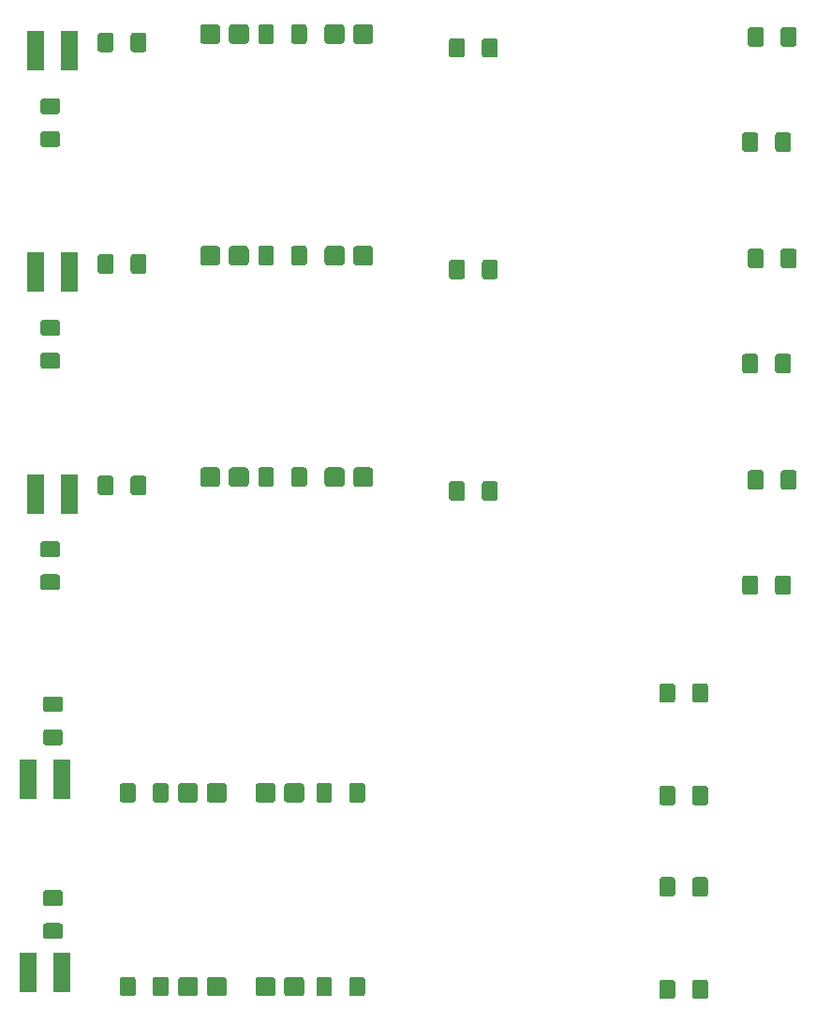
<source format=gtp>
G04 #@! TF.GenerationSoftware,KiCad,Pcbnew,(5.1.4)-1*
G04 #@! TF.CreationDate,2021-09-05T23:40:41-04:00*
G04 #@! TF.ProjectId,ground_loop_breaker,67726f75-6e64-45f6-9c6f-6f705f627265,rev?*
G04 #@! TF.SameCoordinates,Original*
G04 #@! TF.FileFunction,Paste,Top*
G04 #@! TF.FilePolarity,Positive*
%FSLAX46Y46*%
G04 Gerber Fmt 4.6, Leading zero omitted, Abs format (unit mm)*
G04 Created by KiCad (PCBNEW (5.1.4)-1) date 2021-09-05 23:40:41*
%MOMM*%
%LPD*%
G04 APERTURE LIST*
%ADD10R,1.500000X3.600000*%
%ADD11C,0.100000*%
%ADD12C,1.425000*%
%ADD13C,1.750000*%
G04 APERTURE END LIST*
D10*
X82275000Y-138250000D03*
X79225000Y-138250000D03*
D11*
G36*
X137499504Y-138876204D02*
G01*
X137523773Y-138879804D01*
X137547571Y-138885765D01*
X137570671Y-138894030D01*
X137592849Y-138904520D01*
X137613893Y-138917133D01*
X137633598Y-138931747D01*
X137651777Y-138948223D01*
X137668253Y-138966402D01*
X137682867Y-138986107D01*
X137695480Y-139007151D01*
X137705970Y-139029329D01*
X137714235Y-139052429D01*
X137720196Y-139076227D01*
X137723796Y-139100496D01*
X137725000Y-139125000D01*
X137725000Y-140375000D01*
X137723796Y-140399504D01*
X137720196Y-140423773D01*
X137714235Y-140447571D01*
X137705970Y-140470671D01*
X137695480Y-140492849D01*
X137682867Y-140513893D01*
X137668253Y-140533598D01*
X137651777Y-140551777D01*
X137633598Y-140568253D01*
X137613893Y-140582867D01*
X137592849Y-140595480D01*
X137570671Y-140605970D01*
X137547571Y-140614235D01*
X137523773Y-140620196D01*
X137499504Y-140623796D01*
X137475000Y-140625000D01*
X136550000Y-140625000D01*
X136525496Y-140623796D01*
X136501227Y-140620196D01*
X136477429Y-140614235D01*
X136454329Y-140605970D01*
X136432151Y-140595480D01*
X136411107Y-140582867D01*
X136391402Y-140568253D01*
X136373223Y-140551777D01*
X136356747Y-140533598D01*
X136342133Y-140513893D01*
X136329520Y-140492849D01*
X136319030Y-140470671D01*
X136310765Y-140447571D01*
X136304804Y-140423773D01*
X136301204Y-140399504D01*
X136300000Y-140375000D01*
X136300000Y-139125000D01*
X136301204Y-139100496D01*
X136304804Y-139076227D01*
X136310765Y-139052429D01*
X136319030Y-139029329D01*
X136329520Y-139007151D01*
X136342133Y-138986107D01*
X136356747Y-138966402D01*
X136373223Y-138948223D01*
X136391402Y-138931747D01*
X136411107Y-138917133D01*
X136432151Y-138904520D01*
X136454329Y-138894030D01*
X136477429Y-138885765D01*
X136501227Y-138879804D01*
X136525496Y-138876204D01*
X136550000Y-138875000D01*
X137475000Y-138875000D01*
X137499504Y-138876204D01*
X137499504Y-138876204D01*
G37*
D12*
X137012500Y-139750000D03*
D11*
G36*
X140474504Y-138876204D02*
G01*
X140498773Y-138879804D01*
X140522571Y-138885765D01*
X140545671Y-138894030D01*
X140567849Y-138904520D01*
X140588893Y-138917133D01*
X140608598Y-138931747D01*
X140626777Y-138948223D01*
X140643253Y-138966402D01*
X140657867Y-138986107D01*
X140670480Y-139007151D01*
X140680970Y-139029329D01*
X140689235Y-139052429D01*
X140695196Y-139076227D01*
X140698796Y-139100496D01*
X140700000Y-139125000D01*
X140700000Y-140375000D01*
X140698796Y-140399504D01*
X140695196Y-140423773D01*
X140689235Y-140447571D01*
X140680970Y-140470671D01*
X140670480Y-140492849D01*
X140657867Y-140513893D01*
X140643253Y-140533598D01*
X140626777Y-140551777D01*
X140608598Y-140568253D01*
X140588893Y-140582867D01*
X140567849Y-140595480D01*
X140545671Y-140605970D01*
X140522571Y-140614235D01*
X140498773Y-140620196D01*
X140474504Y-140623796D01*
X140450000Y-140625000D01*
X139525000Y-140625000D01*
X139500496Y-140623796D01*
X139476227Y-140620196D01*
X139452429Y-140614235D01*
X139429329Y-140605970D01*
X139407151Y-140595480D01*
X139386107Y-140582867D01*
X139366402Y-140568253D01*
X139348223Y-140551777D01*
X139331747Y-140533598D01*
X139317133Y-140513893D01*
X139304520Y-140492849D01*
X139294030Y-140470671D01*
X139285765Y-140447571D01*
X139279804Y-140423773D01*
X139276204Y-140399504D01*
X139275000Y-140375000D01*
X139275000Y-139125000D01*
X139276204Y-139100496D01*
X139279804Y-139076227D01*
X139285765Y-139052429D01*
X139294030Y-139029329D01*
X139304520Y-139007151D01*
X139317133Y-138986107D01*
X139331747Y-138966402D01*
X139348223Y-138948223D01*
X139366402Y-138931747D01*
X139386107Y-138917133D01*
X139407151Y-138904520D01*
X139429329Y-138894030D01*
X139452429Y-138885765D01*
X139476227Y-138879804D01*
X139500496Y-138876204D01*
X139525000Y-138875000D01*
X140450000Y-138875000D01*
X140474504Y-138876204D01*
X140474504Y-138876204D01*
G37*
D12*
X139987500Y-139750000D03*
D11*
G36*
X140474504Y-129626204D02*
G01*
X140498773Y-129629804D01*
X140522571Y-129635765D01*
X140545671Y-129644030D01*
X140567849Y-129654520D01*
X140588893Y-129667133D01*
X140608598Y-129681747D01*
X140626777Y-129698223D01*
X140643253Y-129716402D01*
X140657867Y-129736107D01*
X140670480Y-129757151D01*
X140680970Y-129779329D01*
X140689235Y-129802429D01*
X140695196Y-129826227D01*
X140698796Y-129850496D01*
X140700000Y-129875000D01*
X140700000Y-131125000D01*
X140698796Y-131149504D01*
X140695196Y-131173773D01*
X140689235Y-131197571D01*
X140680970Y-131220671D01*
X140670480Y-131242849D01*
X140657867Y-131263893D01*
X140643253Y-131283598D01*
X140626777Y-131301777D01*
X140608598Y-131318253D01*
X140588893Y-131332867D01*
X140567849Y-131345480D01*
X140545671Y-131355970D01*
X140522571Y-131364235D01*
X140498773Y-131370196D01*
X140474504Y-131373796D01*
X140450000Y-131375000D01*
X139525000Y-131375000D01*
X139500496Y-131373796D01*
X139476227Y-131370196D01*
X139452429Y-131364235D01*
X139429329Y-131355970D01*
X139407151Y-131345480D01*
X139386107Y-131332867D01*
X139366402Y-131318253D01*
X139348223Y-131301777D01*
X139331747Y-131283598D01*
X139317133Y-131263893D01*
X139304520Y-131242849D01*
X139294030Y-131220671D01*
X139285765Y-131197571D01*
X139279804Y-131173773D01*
X139276204Y-131149504D01*
X139275000Y-131125000D01*
X139275000Y-129875000D01*
X139276204Y-129850496D01*
X139279804Y-129826227D01*
X139285765Y-129802429D01*
X139294030Y-129779329D01*
X139304520Y-129757151D01*
X139317133Y-129736107D01*
X139331747Y-129716402D01*
X139348223Y-129698223D01*
X139366402Y-129681747D01*
X139386107Y-129667133D01*
X139407151Y-129654520D01*
X139429329Y-129644030D01*
X139452429Y-129635765D01*
X139476227Y-129629804D01*
X139500496Y-129626204D01*
X139525000Y-129625000D01*
X140450000Y-129625000D01*
X140474504Y-129626204D01*
X140474504Y-129626204D01*
G37*
D12*
X139987500Y-130500000D03*
D11*
G36*
X137499504Y-129626204D02*
G01*
X137523773Y-129629804D01*
X137547571Y-129635765D01*
X137570671Y-129644030D01*
X137592849Y-129654520D01*
X137613893Y-129667133D01*
X137633598Y-129681747D01*
X137651777Y-129698223D01*
X137668253Y-129716402D01*
X137682867Y-129736107D01*
X137695480Y-129757151D01*
X137705970Y-129779329D01*
X137714235Y-129802429D01*
X137720196Y-129826227D01*
X137723796Y-129850496D01*
X137725000Y-129875000D01*
X137725000Y-131125000D01*
X137723796Y-131149504D01*
X137720196Y-131173773D01*
X137714235Y-131197571D01*
X137705970Y-131220671D01*
X137695480Y-131242849D01*
X137682867Y-131263893D01*
X137668253Y-131283598D01*
X137651777Y-131301777D01*
X137633598Y-131318253D01*
X137613893Y-131332867D01*
X137592849Y-131345480D01*
X137570671Y-131355970D01*
X137547571Y-131364235D01*
X137523773Y-131370196D01*
X137499504Y-131373796D01*
X137475000Y-131375000D01*
X136550000Y-131375000D01*
X136525496Y-131373796D01*
X136501227Y-131370196D01*
X136477429Y-131364235D01*
X136454329Y-131355970D01*
X136432151Y-131345480D01*
X136411107Y-131332867D01*
X136391402Y-131318253D01*
X136373223Y-131301777D01*
X136356747Y-131283598D01*
X136342133Y-131263893D01*
X136329520Y-131242849D01*
X136319030Y-131220671D01*
X136310765Y-131197571D01*
X136304804Y-131173773D01*
X136301204Y-131149504D01*
X136300000Y-131125000D01*
X136300000Y-129875000D01*
X136301204Y-129850496D01*
X136304804Y-129826227D01*
X136310765Y-129802429D01*
X136319030Y-129779329D01*
X136329520Y-129757151D01*
X136342133Y-129736107D01*
X136356747Y-129716402D01*
X136373223Y-129698223D01*
X136391402Y-129681747D01*
X136411107Y-129667133D01*
X136432151Y-129654520D01*
X136454329Y-129644030D01*
X136477429Y-129635765D01*
X136501227Y-129629804D01*
X136525496Y-129626204D01*
X136550000Y-129625000D01*
X137475000Y-129625000D01*
X137499504Y-129626204D01*
X137499504Y-129626204D01*
G37*
D12*
X137012500Y-130500000D03*
D11*
G36*
X109474504Y-138626204D02*
G01*
X109498773Y-138629804D01*
X109522571Y-138635765D01*
X109545671Y-138644030D01*
X109567849Y-138654520D01*
X109588893Y-138667133D01*
X109608598Y-138681747D01*
X109626777Y-138698223D01*
X109643253Y-138716402D01*
X109657867Y-138736107D01*
X109670480Y-138757151D01*
X109680970Y-138779329D01*
X109689235Y-138802429D01*
X109695196Y-138826227D01*
X109698796Y-138850496D01*
X109700000Y-138875000D01*
X109700000Y-140125000D01*
X109698796Y-140149504D01*
X109695196Y-140173773D01*
X109689235Y-140197571D01*
X109680970Y-140220671D01*
X109670480Y-140242849D01*
X109657867Y-140263893D01*
X109643253Y-140283598D01*
X109626777Y-140301777D01*
X109608598Y-140318253D01*
X109588893Y-140332867D01*
X109567849Y-140345480D01*
X109545671Y-140355970D01*
X109522571Y-140364235D01*
X109498773Y-140370196D01*
X109474504Y-140373796D01*
X109450000Y-140375000D01*
X108525000Y-140375000D01*
X108500496Y-140373796D01*
X108476227Y-140370196D01*
X108452429Y-140364235D01*
X108429329Y-140355970D01*
X108407151Y-140345480D01*
X108386107Y-140332867D01*
X108366402Y-140318253D01*
X108348223Y-140301777D01*
X108331747Y-140283598D01*
X108317133Y-140263893D01*
X108304520Y-140242849D01*
X108294030Y-140220671D01*
X108285765Y-140197571D01*
X108279804Y-140173773D01*
X108276204Y-140149504D01*
X108275000Y-140125000D01*
X108275000Y-138875000D01*
X108276204Y-138850496D01*
X108279804Y-138826227D01*
X108285765Y-138802429D01*
X108294030Y-138779329D01*
X108304520Y-138757151D01*
X108317133Y-138736107D01*
X108331747Y-138716402D01*
X108348223Y-138698223D01*
X108366402Y-138681747D01*
X108386107Y-138667133D01*
X108407151Y-138654520D01*
X108429329Y-138644030D01*
X108452429Y-138635765D01*
X108476227Y-138629804D01*
X108500496Y-138626204D01*
X108525000Y-138625000D01*
X109450000Y-138625000D01*
X109474504Y-138626204D01*
X109474504Y-138626204D01*
G37*
D12*
X108987500Y-139500000D03*
D11*
G36*
X106499504Y-138626204D02*
G01*
X106523773Y-138629804D01*
X106547571Y-138635765D01*
X106570671Y-138644030D01*
X106592849Y-138654520D01*
X106613893Y-138667133D01*
X106633598Y-138681747D01*
X106651777Y-138698223D01*
X106668253Y-138716402D01*
X106682867Y-138736107D01*
X106695480Y-138757151D01*
X106705970Y-138779329D01*
X106714235Y-138802429D01*
X106720196Y-138826227D01*
X106723796Y-138850496D01*
X106725000Y-138875000D01*
X106725000Y-140125000D01*
X106723796Y-140149504D01*
X106720196Y-140173773D01*
X106714235Y-140197571D01*
X106705970Y-140220671D01*
X106695480Y-140242849D01*
X106682867Y-140263893D01*
X106668253Y-140283598D01*
X106651777Y-140301777D01*
X106633598Y-140318253D01*
X106613893Y-140332867D01*
X106592849Y-140345480D01*
X106570671Y-140355970D01*
X106547571Y-140364235D01*
X106523773Y-140370196D01*
X106499504Y-140373796D01*
X106475000Y-140375000D01*
X105550000Y-140375000D01*
X105525496Y-140373796D01*
X105501227Y-140370196D01*
X105477429Y-140364235D01*
X105454329Y-140355970D01*
X105432151Y-140345480D01*
X105411107Y-140332867D01*
X105391402Y-140318253D01*
X105373223Y-140301777D01*
X105356747Y-140283598D01*
X105342133Y-140263893D01*
X105329520Y-140242849D01*
X105319030Y-140220671D01*
X105310765Y-140197571D01*
X105304804Y-140173773D01*
X105301204Y-140149504D01*
X105300000Y-140125000D01*
X105300000Y-138875000D01*
X105301204Y-138850496D01*
X105304804Y-138826227D01*
X105310765Y-138802429D01*
X105319030Y-138779329D01*
X105329520Y-138757151D01*
X105342133Y-138736107D01*
X105356747Y-138716402D01*
X105373223Y-138698223D01*
X105391402Y-138681747D01*
X105411107Y-138667133D01*
X105432151Y-138654520D01*
X105454329Y-138644030D01*
X105477429Y-138635765D01*
X105501227Y-138629804D01*
X105525496Y-138626204D01*
X105550000Y-138625000D01*
X106475000Y-138625000D01*
X106499504Y-138626204D01*
X106499504Y-138626204D01*
G37*
D12*
X106012500Y-139500000D03*
D11*
G36*
X101323768Y-138626475D02*
G01*
X101353496Y-138630885D01*
X101382650Y-138638187D01*
X101410947Y-138648312D01*
X101438115Y-138661162D01*
X101463893Y-138676612D01*
X101488033Y-138694516D01*
X101510301Y-138714699D01*
X101530484Y-138736967D01*
X101548388Y-138761107D01*
X101563838Y-138786885D01*
X101576688Y-138814053D01*
X101586813Y-138842350D01*
X101594115Y-138871504D01*
X101598525Y-138901232D01*
X101600000Y-138931250D01*
X101600000Y-140068750D01*
X101598525Y-140098768D01*
X101594115Y-140128496D01*
X101586813Y-140157650D01*
X101576688Y-140185947D01*
X101563838Y-140213115D01*
X101548388Y-140238893D01*
X101530484Y-140263033D01*
X101510301Y-140285301D01*
X101488033Y-140305484D01*
X101463893Y-140323388D01*
X101438115Y-140338838D01*
X101410947Y-140351688D01*
X101382650Y-140361813D01*
X101353496Y-140369115D01*
X101323768Y-140373525D01*
X101293750Y-140375000D01*
X100106250Y-140375000D01*
X100076232Y-140373525D01*
X100046504Y-140369115D01*
X100017350Y-140361813D01*
X99989053Y-140351688D01*
X99961885Y-140338838D01*
X99936107Y-140323388D01*
X99911967Y-140305484D01*
X99889699Y-140285301D01*
X99869516Y-140263033D01*
X99851612Y-140238893D01*
X99836162Y-140213115D01*
X99823312Y-140185947D01*
X99813187Y-140157650D01*
X99805885Y-140128496D01*
X99801475Y-140098768D01*
X99800000Y-140068750D01*
X99800000Y-138931250D01*
X99801475Y-138901232D01*
X99805885Y-138871504D01*
X99813187Y-138842350D01*
X99823312Y-138814053D01*
X99836162Y-138786885D01*
X99851612Y-138761107D01*
X99869516Y-138736967D01*
X99889699Y-138714699D01*
X99911967Y-138694516D01*
X99936107Y-138676612D01*
X99961885Y-138661162D01*
X99989053Y-138648312D01*
X100017350Y-138638187D01*
X100046504Y-138630885D01*
X100076232Y-138626475D01*
X100106250Y-138625000D01*
X101293750Y-138625000D01*
X101323768Y-138626475D01*
X101323768Y-138626475D01*
G37*
D13*
X100700000Y-139500000D03*
D11*
G36*
X103923768Y-138626475D02*
G01*
X103953496Y-138630885D01*
X103982650Y-138638187D01*
X104010947Y-138648312D01*
X104038115Y-138661162D01*
X104063893Y-138676612D01*
X104088033Y-138694516D01*
X104110301Y-138714699D01*
X104130484Y-138736967D01*
X104148388Y-138761107D01*
X104163838Y-138786885D01*
X104176688Y-138814053D01*
X104186813Y-138842350D01*
X104194115Y-138871504D01*
X104198525Y-138901232D01*
X104200000Y-138931250D01*
X104200000Y-140068750D01*
X104198525Y-140098768D01*
X104194115Y-140128496D01*
X104186813Y-140157650D01*
X104176688Y-140185947D01*
X104163838Y-140213115D01*
X104148388Y-140238893D01*
X104130484Y-140263033D01*
X104110301Y-140285301D01*
X104088033Y-140305484D01*
X104063893Y-140323388D01*
X104038115Y-140338838D01*
X104010947Y-140351688D01*
X103982650Y-140361813D01*
X103953496Y-140369115D01*
X103923768Y-140373525D01*
X103893750Y-140375000D01*
X102706250Y-140375000D01*
X102676232Y-140373525D01*
X102646504Y-140369115D01*
X102617350Y-140361813D01*
X102589053Y-140351688D01*
X102561885Y-140338838D01*
X102536107Y-140323388D01*
X102511967Y-140305484D01*
X102489699Y-140285301D01*
X102469516Y-140263033D01*
X102451612Y-140238893D01*
X102436162Y-140213115D01*
X102423312Y-140185947D01*
X102413187Y-140157650D01*
X102405885Y-140128496D01*
X102401475Y-140098768D01*
X102400000Y-140068750D01*
X102400000Y-138931250D01*
X102401475Y-138901232D01*
X102405885Y-138871504D01*
X102413187Y-138842350D01*
X102423312Y-138814053D01*
X102436162Y-138786885D01*
X102451612Y-138761107D01*
X102469516Y-138736967D01*
X102489699Y-138714699D01*
X102511967Y-138694516D01*
X102536107Y-138676612D01*
X102561885Y-138661162D01*
X102589053Y-138648312D01*
X102617350Y-138638187D01*
X102646504Y-138630885D01*
X102676232Y-138626475D01*
X102706250Y-138625000D01*
X103893750Y-138625000D01*
X103923768Y-138626475D01*
X103923768Y-138626475D01*
G37*
D13*
X103300000Y-139500000D03*
D11*
G36*
X94323768Y-138626475D02*
G01*
X94353496Y-138630885D01*
X94382650Y-138638187D01*
X94410947Y-138648312D01*
X94438115Y-138661162D01*
X94463893Y-138676612D01*
X94488033Y-138694516D01*
X94510301Y-138714699D01*
X94530484Y-138736967D01*
X94548388Y-138761107D01*
X94563838Y-138786885D01*
X94576688Y-138814053D01*
X94586813Y-138842350D01*
X94594115Y-138871504D01*
X94598525Y-138901232D01*
X94600000Y-138931250D01*
X94600000Y-140068750D01*
X94598525Y-140098768D01*
X94594115Y-140128496D01*
X94586813Y-140157650D01*
X94576688Y-140185947D01*
X94563838Y-140213115D01*
X94548388Y-140238893D01*
X94530484Y-140263033D01*
X94510301Y-140285301D01*
X94488033Y-140305484D01*
X94463893Y-140323388D01*
X94438115Y-140338838D01*
X94410947Y-140351688D01*
X94382650Y-140361813D01*
X94353496Y-140369115D01*
X94323768Y-140373525D01*
X94293750Y-140375000D01*
X93106250Y-140375000D01*
X93076232Y-140373525D01*
X93046504Y-140369115D01*
X93017350Y-140361813D01*
X92989053Y-140351688D01*
X92961885Y-140338838D01*
X92936107Y-140323388D01*
X92911967Y-140305484D01*
X92889699Y-140285301D01*
X92869516Y-140263033D01*
X92851612Y-140238893D01*
X92836162Y-140213115D01*
X92823312Y-140185947D01*
X92813187Y-140157650D01*
X92805885Y-140128496D01*
X92801475Y-140098768D01*
X92800000Y-140068750D01*
X92800000Y-138931250D01*
X92801475Y-138901232D01*
X92805885Y-138871504D01*
X92813187Y-138842350D01*
X92823312Y-138814053D01*
X92836162Y-138786885D01*
X92851612Y-138761107D01*
X92869516Y-138736967D01*
X92889699Y-138714699D01*
X92911967Y-138694516D01*
X92936107Y-138676612D01*
X92961885Y-138661162D01*
X92989053Y-138648312D01*
X93017350Y-138638187D01*
X93046504Y-138630885D01*
X93076232Y-138626475D01*
X93106250Y-138625000D01*
X94293750Y-138625000D01*
X94323768Y-138626475D01*
X94323768Y-138626475D01*
G37*
D13*
X93700000Y-139500000D03*
D11*
G36*
X96923768Y-138626475D02*
G01*
X96953496Y-138630885D01*
X96982650Y-138638187D01*
X97010947Y-138648312D01*
X97038115Y-138661162D01*
X97063893Y-138676612D01*
X97088033Y-138694516D01*
X97110301Y-138714699D01*
X97130484Y-138736967D01*
X97148388Y-138761107D01*
X97163838Y-138786885D01*
X97176688Y-138814053D01*
X97186813Y-138842350D01*
X97194115Y-138871504D01*
X97198525Y-138901232D01*
X97200000Y-138931250D01*
X97200000Y-140068750D01*
X97198525Y-140098768D01*
X97194115Y-140128496D01*
X97186813Y-140157650D01*
X97176688Y-140185947D01*
X97163838Y-140213115D01*
X97148388Y-140238893D01*
X97130484Y-140263033D01*
X97110301Y-140285301D01*
X97088033Y-140305484D01*
X97063893Y-140323388D01*
X97038115Y-140338838D01*
X97010947Y-140351688D01*
X96982650Y-140361813D01*
X96953496Y-140369115D01*
X96923768Y-140373525D01*
X96893750Y-140375000D01*
X95706250Y-140375000D01*
X95676232Y-140373525D01*
X95646504Y-140369115D01*
X95617350Y-140361813D01*
X95589053Y-140351688D01*
X95561885Y-140338838D01*
X95536107Y-140323388D01*
X95511967Y-140305484D01*
X95489699Y-140285301D01*
X95469516Y-140263033D01*
X95451612Y-140238893D01*
X95436162Y-140213115D01*
X95423312Y-140185947D01*
X95413187Y-140157650D01*
X95405885Y-140128496D01*
X95401475Y-140098768D01*
X95400000Y-140068750D01*
X95400000Y-138931250D01*
X95401475Y-138901232D01*
X95405885Y-138871504D01*
X95413187Y-138842350D01*
X95423312Y-138814053D01*
X95436162Y-138786885D01*
X95451612Y-138761107D01*
X95469516Y-138736967D01*
X95489699Y-138714699D01*
X95511967Y-138694516D01*
X95536107Y-138676612D01*
X95561885Y-138661162D01*
X95589053Y-138648312D01*
X95617350Y-138638187D01*
X95646504Y-138630885D01*
X95676232Y-138626475D01*
X95706250Y-138625000D01*
X96893750Y-138625000D01*
X96923768Y-138626475D01*
X96923768Y-138626475D01*
G37*
D13*
X96300000Y-139500000D03*
D11*
G36*
X91724504Y-138626204D02*
G01*
X91748773Y-138629804D01*
X91772571Y-138635765D01*
X91795671Y-138644030D01*
X91817849Y-138654520D01*
X91838893Y-138667133D01*
X91858598Y-138681747D01*
X91876777Y-138698223D01*
X91893253Y-138716402D01*
X91907867Y-138736107D01*
X91920480Y-138757151D01*
X91930970Y-138779329D01*
X91939235Y-138802429D01*
X91945196Y-138826227D01*
X91948796Y-138850496D01*
X91950000Y-138875000D01*
X91950000Y-140125000D01*
X91948796Y-140149504D01*
X91945196Y-140173773D01*
X91939235Y-140197571D01*
X91930970Y-140220671D01*
X91920480Y-140242849D01*
X91907867Y-140263893D01*
X91893253Y-140283598D01*
X91876777Y-140301777D01*
X91858598Y-140318253D01*
X91838893Y-140332867D01*
X91817849Y-140345480D01*
X91795671Y-140355970D01*
X91772571Y-140364235D01*
X91748773Y-140370196D01*
X91724504Y-140373796D01*
X91700000Y-140375000D01*
X90775000Y-140375000D01*
X90750496Y-140373796D01*
X90726227Y-140370196D01*
X90702429Y-140364235D01*
X90679329Y-140355970D01*
X90657151Y-140345480D01*
X90636107Y-140332867D01*
X90616402Y-140318253D01*
X90598223Y-140301777D01*
X90581747Y-140283598D01*
X90567133Y-140263893D01*
X90554520Y-140242849D01*
X90544030Y-140220671D01*
X90535765Y-140197571D01*
X90529804Y-140173773D01*
X90526204Y-140149504D01*
X90525000Y-140125000D01*
X90525000Y-138875000D01*
X90526204Y-138850496D01*
X90529804Y-138826227D01*
X90535765Y-138802429D01*
X90544030Y-138779329D01*
X90554520Y-138757151D01*
X90567133Y-138736107D01*
X90581747Y-138716402D01*
X90598223Y-138698223D01*
X90616402Y-138681747D01*
X90636107Y-138667133D01*
X90657151Y-138654520D01*
X90679329Y-138644030D01*
X90702429Y-138635765D01*
X90726227Y-138629804D01*
X90750496Y-138626204D01*
X90775000Y-138625000D01*
X91700000Y-138625000D01*
X91724504Y-138626204D01*
X91724504Y-138626204D01*
G37*
D12*
X91237500Y-139500000D03*
D11*
G36*
X88749504Y-138626204D02*
G01*
X88773773Y-138629804D01*
X88797571Y-138635765D01*
X88820671Y-138644030D01*
X88842849Y-138654520D01*
X88863893Y-138667133D01*
X88883598Y-138681747D01*
X88901777Y-138698223D01*
X88918253Y-138716402D01*
X88932867Y-138736107D01*
X88945480Y-138757151D01*
X88955970Y-138779329D01*
X88964235Y-138802429D01*
X88970196Y-138826227D01*
X88973796Y-138850496D01*
X88975000Y-138875000D01*
X88975000Y-140125000D01*
X88973796Y-140149504D01*
X88970196Y-140173773D01*
X88964235Y-140197571D01*
X88955970Y-140220671D01*
X88945480Y-140242849D01*
X88932867Y-140263893D01*
X88918253Y-140283598D01*
X88901777Y-140301777D01*
X88883598Y-140318253D01*
X88863893Y-140332867D01*
X88842849Y-140345480D01*
X88820671Y-140355970D01*
X88797571Y-140364235D01*
X88773773Y-140370196D01*
X88749504Y-140373796D01*
X88725000Y-140375000D01*
X87800000Y-140375000D01*
X87775496Y-140373796D01*
X87751227Y-140370196D01*
X87727429Y-140364235D01*
X87704329Y-140355970D01*
X87682151Y-140345480D01*
X87661107Y-140332867D01*
X87641402Y-140318253D01*
X87623223Y-140301777D01*
X87606747Y-140283598D01*
X87592133Y-140263893D01*
X87579520Y-140242849D01*
X87569030Y-140220671D01*
X87560765Y-140197571D01*
X87554804Y-140173773D01*
X87551204Y-140149504D01*
X87550000Y-140125000D01*
X87550000Y-138875000D01*
X87551204Y-138850496D01*
X87554804Y-138826227D01*
X87560765Y-138802429D01*
X87569030Y-138779329D01*
X87579520Y-138757151D01*
X87592133Y-138736107D01*
X87606747Y-138716402D01*
X87623223Y-138698223D01*
X87641402Y-138681747D01*
X87661107Y-138667133D01*
X87682151Y-138654520D01*
X87704329Y-138644030D01*
X87727429Y-138635765D01*
X87751227Y-138629804D01*
X87775496Y-138626204D01*
X87800000Y-138625000D01*
X88725000Y-138625000D01*
X88749504Y-138626204D01*
X88749504Y-138626204D01*
G37*
D12*
X88262500Y-139500000D03*
D11*
G36*
X82149504Y-130801204D02*
G01*
X82173773Y-130804804D01*
X82197571Y-130810765D01*
X82220671Y-130819030D01*
X82242849Y-130829520D01*
X82263893Y-130842133D01*
X82283598Y-130856747D01*
X82301777Y-130873223D01*
X82318253Y-130891402D01*
X82332867Y-130911107D01*
X82345480Y-130932151D01*
X82355970Y-130954329D01*
X82364235Y-130977429D01*
X82370196Y-131001227D01*
X82373796Y-131025496D01*
X82375000Y-131050000D01*
X82375000Y-131975000D01*
X82373796Y-131999504D01*
X82370196Y-132023773D01*
X82364235Y-132047571D01*
X82355970Y-132070671D01*
X82345480Y-132092849D01*
X82332867Y-132113893D01*
X82318253Y-132133598D01*
X82301777Y-132151777D01*
X82283598Y-132168253D01*
X82263893Y-132182867D01*
X82242849Y-132195480D01*
X82220671Y-132205970D01*
X82197571Y-132214235D01*
X82173773Y-132220196D01*
X82149504Y-132223796D01*
X82125000Y-132225000D01*
X80875000Y-132225000D01*
X80850496Y-132223796D01*
X80826227Y-132220196D01*
X80802429Y-132214235D01*
X80779329Y-132205970D01*
X80757151Y-132195480D01*
X80736107Y-132182867D01*
X80716402Y-132168253D01*
X80698223Y-132151777D01*
X80681747Y-132133598D01*
X80667133Y-132113893D01*
X80654520Y-132092849D01*
X80644030Y-132070671D01*
X80635765Y-132047571D01*
X80629804Y-132023773D01*
X80626204Y-131999504D01*
X80625000Y-131975000D01*
X80625000Y-131050000D01*
X80626204Y-131025496D01*
X80629804Y-131001227D01*
X80635765Y-130977429D01*
X80644030Y-130954329D01*
X80654520Y-130932151D01*
X80667133Y-130911107D01*
X80681747Y-130891402D01*
X80698223Y-130873223D01*
X80716402Y-130856747D01*
X80736107Y-130842133D01*
X80757151Y-130829520D01*
X80779329Y-130819030D01*
X80802429Y-130810765D01*
X80826227Y-130804804D01*
X80850496Y-130801204D01*
X80875000Y-130800000D01*
X82125000Y-130800000D01*
X82149504Y-130801204D01*
X82149504Y-130801204D01*
G37*
D12*
X81500000Y-131512500D03*
D11*
G36*
X82149504Y-133776204D02*
G01*
X82173773Y-133779804D01*
X82197571Y-133785765D01*
X82220671Y-133794030D01*
X82242849Y-133804520D01*
X82263893Y-133817133D01*
X82283598Y-133831747D01*
X82301777Y-133848223D01*
X82318253Y-133866402D01*
X82332867Y-133886107D01*
X82345480Y-133907151D01*
X82355970Y-133929329D01*
X82364235Y-133952429D01*
X82370196Y-133976227D01*
X82373796Y-134000496D01*
X82375000Y-134025000D01*
X82375000Y-134950000D01*
X82373796Y-134974504D01*
X82370196Y-134998773D01*
X82364235Y-135022571D01*
X82355970Y-135045671D01*
X82345480Y-135067849D01*
X82332867Y-135088893D01*
X82318253Y-135108598D01*
X82301777Y-135126777D01*
X82283598Y-135143253D01*
X82263893Y-135157867D01*
X82242849Y-135170480D01*
X82220671Y-135180970D01*
X82197571Y-135189235D01*
X82173773Y-135195196D01*
X82149504Y-135198796D01*
X82125000Y-135200000D01*
X80875000Y-135200000D01*
X80850496Y-135198796D01*
X80826227Y-135195196D01*
X80802429Y-135189235D01*
X80779329Y-135180970D01*
X80757151Y-135170480D01*
X80736107Y-135157867D01*
X80716402Y-135143253D01*
X80698223Y-135126777D01*
X80681747Y-135108598D01*
X80667133Y-135088893D01*
X80654520Y-135067849D01*
X80644030Y-135045671D01*
X80635765Y-135022571D01*
X80629804Y-134998773D01*
X80626204Y-134974504D01*
X80625000Y-134950000D01*
X80625000Y-134025000D01*
X80626204Y-134000496D01*
X80629804Y-133976227D01*
X80635765Y-133952429D01*
X80644030Y-133929329D01*
X80654520Y-133907151D01*
X80667133Y-133886107D01*
X80681747Y-133866402D01*
X80698223Y-133848223D01*
X80716402Y-133831747D01*
X80736107Y-133817133D01*
X80757151Y-133804520D01*
X80779329Y-133794030D01*
X80802429Y-133785765D01*
X80826227Y-133779804D01*
X80850496Y-133776204D01*
X80875000Y-133775000D01*
X82125000Y-133775000D01*
X82149504Y-133776204D01*
X82149504Y-133776204D01*
G37*
D12*
X81500000Y-134487500D03*
D10*
X83025000Y-95000000D03*
X79975000Y-95000000D03*
X83025000Y-75000000D03*
X79975000Y-75000000D03*
D11*
G36*
X148474504Y-92876204D02*
G01*
X148498773Y-92879804D01*
X148522571Y-92885765D01*
X148545671Y-92894030D01*
X148567849Y-92904520D01*
X148588893Y-92917133D01*
X148608598Y-92931747D01*
X148626777Y-92948223D01*
X148643253Y-92966402D01*
X148657867Y-92986107D01*
X148670480Y-93007151D01*
X148680970Y-93029329D01*
X148689235Y-93052429D01*
X148695196Y-93076227D01*
X148698796Y-93100496D01*
X148700000Y-93125000D01*
X148700000Y-94375000D01*
X148698796Y-94399504D01*
X148695196Y-94423773D01*
X148689235Y-94447571D01*
X148680970Y-94470671D01*
X148670480Y-94492849D01*
X148657867Y-94513893D01*
X148643253Y-94533598D01*
X148626777Y-94551777D01*
X148608598Y-94568253D01*
X148588893Y-94582867D01*
X148567849Y-94595480D01*
X148545671Y-94605970D01*
X148522571Y-94614235D01*
X148498773Y-94620196D01*
X148474504Y-94623796D01*
X148450000Y-94625000D01*
X147525000Y-94625000D01*
X147500496Y-94623796D01*
X147476227Y-94620196D01*
X147452429Y-94614235D01*
X147429329Y-94605970D01*
X147407151Y-94595480D01*
X147386107Y-94582867D01*
X147366402Y-94568253D01*
X147348223Y-94551777D01*
X147331747Y-94533598D01*
X147317133Y-94513893D01*
X147304520Y-94492849D01*
X147294030Y-94470671D01*
X147285765Y-94447571D01*
X147279804Y-94423773D01*
X147276204Y-94399504D01*
X147275000Y-94375000D01*
X147275000Y-93125000D01*
X147276204Y-93100496D01*
X147279804Y-93076227D01*
X147285765Y-93052429D01*
X147294030Y-93029329D01*
X147304520Y-93007151D01*
X147317133Y-92986107D01*
X147331747Y-92966402D01*
X147348223Y-92948223D01*
X147366402Y-92931747D01*
X147386107Y-92917133D01*
X147407151Y-92904520D01*
X147429329Y-92894030D01*
X147452429Y-92885765D01*
X147476227Y-92879804D01*
X147500496Y-92876204D01*
X147525000Y-92875000D01*
X148450000Y-92875000D01*
X148474504Y-92876204D01*
X148474504Y-92876204D01*
G37*
D12*
X147987500Y-93750000D03*
D11*
G36*
X145499504Y-92876204D02*
G01*
X145523773Y-92879804D01*
X145547571Y-92885765D01*
X145570671Y-92894030D01*
X145592849Y-92904520D01*
X145613893Y-92917133D01*
X145633598Y-92931747D01*
X145651777Y-92948223D01*
X145668253Y-92966402D01*
X145682867Y-92986107D01*
X145695480Y-93007151D01*
X145705970Y-93029329D01*
X145714235Y-93052429D01*
X145720196Y-93076227D01*
X145723796Y-93100496D01*
X145725000Y-93125000D01*
X145725000Y-94375000D01*
X145723796Y-94399504D01*
X145720196Y-94423773D01*
X145714235Y-94447571D01*
X145705970Y-94470671D01*
X145695480Y-94492849D01*
X145682867Y-94513893D01*
X145668253Y-94533598D01*
X145651777Y-94551777D01*
X145633598Y-94568253D01*
X145613893Y-94582867D01*
X145592849Y-94595480D01*
X145570671Y-94605970D01*
X145547571Y-94614235D01*
X145523773Y-94620196D01*
X145499504Y-94623796D01*
X145475000Y-94625000D01*
X144550000Y-94625000D01*
X144525496Y-94623796D01*
X144501227Y-94620196D01*
X144477429Y-94614235D01*
X144454329Y-94605970D01*
X144432151Y-94595480D01*
X144411107Y-94582867D01*
X144391402Y-94568253D01*
X144373223Y-94551777D01*
X144356747Y-94533598D01*
X144342133Y-94513893D01*
X144329520Y-94492849D01*
X144319030Y-94470671D01*
X144310765Y-94447571D01*
X144304804Y-94423773D01*
X144301204Y-94399504D01*
X144300000Y-94375000D01*
X144300000Y-93125000D01*
X144301204Y-93100496D01*
X144304804Y-93076227D01*
X144310765Y-93052429D01*
X144319030Y-93029329D01*
X144329520Y-93007151D01*
X144342133Y-92986107D01*
X144356747Y-92966402D01*
X144373223Y-92948223D01*
X144391402Y-92931747D01*
X144411107Y-92917133D01*
X144432151Y-92904520D01*
X144454329Y-92894030D01*
X144477429Y-92885765D01*
X144501227Y-92879804D01*
X144525496Y-92876204D01*
X144550000Y-92875000D01*
X145475000Y-92875000D01*
X145499504Y-92876204D01*
X145499504Y-92876204D01*
G37*
D12*
X145012500Y-93750000D03*
D11*
G36*
X147974504Y-102376204D02*
G01*
X147998773Y-102379804D01*
X148022571Y-102385765D01*
X148045671Y-102394030D01*
X148067849Y-102404520D01*
X148088893Y-102417133D01*
X148108598Y-102431747D01*
X148126777Y-102448223D01*
X148143253Y-102466402D01*
X148157867Y-102486107D01*
X148170480Y-102507151D01*
X148180970Y-102529329D01*
X148189235Y-102552429D01*
X148195196Y-102576227D01*
X148198796Y-102600496D01*
X148200000Y-102625000D01*
X148200000Y-103875000D01*
X148198796Y-103899504D01*
X148195196Y-103923773D01*
X148189235Y-103947571D01*
X148180970Y-103970671D01*
X148170480Y-103992849D01*
X148157867Y-104013893D01*
X148143253Y-104033598D01*
X148126777Y-104051777D01*
X148108598Y-104068253D01*
X148088893Y-104082867D01*
X148067849Y-104095480D01*
X148045671Y-104105970D01*
X148022571Y-104114235D01*
X147998773Y-104120196D01*
X147974504Y-104123796D01*
X147950000Y-104125000D01*
X147025000Y-104125000D01*
X147000496Y-104123796D01*
X146976227Y-104120196D01*
X146952429Y-104114235D01*
X146929329Y-104105970D01*
X146907151Y-104095480D01*
X146886107Y-104082867D01*
X146866402Y-104068253D01*
X146848223Y-104051777D01*
X146831747Y-104033598D01*
X146817133Y-104013893D01*
X146804520Y-103992849D01*
X146794030Y-103970671D01*
X146785765Y-103947571D01*
X146779804Y-103923773D01*
X146776204Y-103899504D01*
X146775000Y-103875000D01*
X146775000Y-102625000D01*
X146776204Y-102600496D01*
X146779804Y-102576227D01*
X146785765Y-102552429D01*
X146794030Y-102529329D01*
X146804520Y-102507151D01*
X146817133Y-102486107D01*
X146831747Y-102466402D01*
X146848223Y-102448223D01*
X146866402Y-102431747D01*
X146886107Y-102417133D01*
X146907151Y-102404520D01*
X146929329Y-102394030D01*
X146952429Y-102385765D01*
X146976227Y-102379804D01*
X147000496Y-102376204D01*
X147025000Y-102375000D01*
X147950000Y-102375000D01*
X147974504Y-102376204D01*
X147974504Y-102376204D01*
G37*
D12*
X147487500Y-103250000D03*
D11*
G36*
X144999504Y-102376204D02*
G01*
X145023773Y-102379804D01*
X145047571Y-102385765D01*
X145070671Y-102394030D01*
X145092849Y-102404520D01*
X145113893Y-102417133D01*
X145133598Y-102431747D01*
X145151777Y-102448223D01*
X145168253Y-102466402D01*
X145182867Y-102486107D01*
X145195480Y-102507151D01*
X145205970Y-102529329D01*
X145214235Y-102552429D01*
X145220196Y-102576227D01*
X145223796Y-102600496D01*
X145225000Y-102625000D01*
X145225000Y-103875000D01*
X145223796Y-103899504D01*
X145220196Y-103923773D01*
X145214235Y-103947571D01*
X145205970Y-103970671D01*
X145195480Y-103992849D01*
X145182867Y-104013893D01*
X145168253Y-104033598D01*
X145151777Y-104051777D01*
X145133598Y-104068253D01*
X145113893Y-104082867D01*
X145092849Y-104095480D01*
X145070671Y-104105970D01*
X145047571Y-104114235D01*
X145023773Y-104120196D01*
X144999504Y-104123796D01*
X144975000Y-104125000D01*
X144050000Y-104125000D01*
X144025496Y-104123796D01*
X144001227Y-104120196D01*
X143977429Y-104114235D01*
X143954329Y-104105970D01*
X143932151Y-104095480D01*
X143911107Y-104082867D01*
X143891402Y-104068253D01*
X143873223Y-104051777D01*
X143856747Y-104033598D01*
X143842133Y-104013893D01*
X143829520Y-103992849D01*
X143819030Y-103970671D01*
X143810765Y-103947571D01*
X143804804Y-103923773D01*
X143801204Y-103899504D01*
X143800000Y-103875000D01*
X143800000Y-102625000D01*
X143801204Y-102600496D01*
X143804804Y-102576227D01*
X143810765Y-102552429D01*
X143819030Y-102529329D01*
X143829520Y-102507151D01*
X143842133Y-102486107D01*
X143856747Y-102466402D01*
X143873223Y-102448223D01*
X143891402Y-102431747D01*
X143911107Y-102417133D01*
X143932151Y-102404520D01*
X143954329Y-102394030D01*
X143977429Y-102385765D01*
X144001227Y-102379804D01*
X144025496Y-102376204D01*
X144050000Y-102375000D01*
X144975000Y-102375000D01*
X144999504Y-102376204D01*
X144999504Y-102376204D01*
G37*
D12*
X144512500Y-103250000D03*
D11*
G36*
X121474504Y-93876204D02*
G01*
X121498773Y-93879804D01*
X121522571Y-93885765D01*
X121545671Y-93894030D01*
X121567849Y-93904520D01*
X121588893Y-93917133D01*
X121608598Y-93931747D01*
X121626777Y-93948223D01*
X121643253Y-93966402D01*
X121657867Y-93986107D01*
X121670480Y-94007151D01*
X121680970Y-94029329D01*
X121689235Y-94052429D01*
X121695196Y-94076227D01*
X121698796Y-94100496D01*
X121700000Y-94125000D01*
X121700000Y-95375000D01*
X121698796Y-95399504D01*
X121695196Y-95423773D01*
X121689235Y-95447571D01*
X121680970Y-95470671D01*
X121670480Y-95492849D01*
X121657867Y-95513893D01*
X121643253Y-95533598D01*
X121626777Y-95551777D01*
X121608598Y-95568253D01*
X121588893Y-95582867D01*
X121567849Y-95595480D01*
X121545671Y-95605970D01*
X121522571Y-95614235D01*
X121498773Y-95620196D01*
X121474504Y-95623796D01*
X121450000Y-95625000D01*
X120525000Y-95625000D01*
X120500496Y-95623796D01*
X120476227Y-95620196D01*
X120452429Y-95614235D01*
X120429329Y-95605970D01*
X120407151Y-95595480D01*
X120386107Y-95582867D01*
X120366402Y-95568253D01*
X120348223Y-95551777D01*
X120331747Y-95533598D01*
X120317133Y-95513893D01*
X120304520Y-95492849D01*
X120294030Y-95470671D01*
X120285765Y-95447571D01*
X120279804Y-95423773D01*
X120276204Y-95399504D01*
X120275000Y-95375000D01*
X120275000Y-94125000D01*
X120276204Y-94100496D01*
X120279804Y-94076227D01*
X120285765Y-94052429D01*
X120294030Y-94029329D01*
X120304520Y-94007151D01*
X120317133Y-93986107D01*
X120331747Y-93966402D01*
X120348223Y-93948223D01*
X120366402Y-93931747D01*
X120386107Y-93917133D01*
X120407151Y-93904520D01*
X120429329Y-93894030D01*
X120452429Y-93885765D01*
X120476227Y-93879804D01*
X120500496Y-93876204D01*
X120525000Y-93875000D01*
X121450000Y-93875000D01*
X121474504Y-93876204D01*
X121474504Y-93876204D01*
G37*
D12*
X120987500Y-94750000D03*
D11*
G36*
X118499504Y-93876204D02*
G01*
X118523773Y-93879804D01*
X118547571Y-93885765D01*
X118570671Y-93894030D01*
X118592849Y-93904520D01*
X118613893Y-93917133D01*
X118633598Y-93931747D01*
X118651777Y-93948223D01*
X118668253Y-93966402D01*
X118682867Y-93986107D01*
X118695480Y-94007151D01*
X118705970Y-94029329D01*
X118714235Y-94052429D01*
X118720196Y-94076227D01*
X118723796Y-94100496D01*
X118725000Y-94125000D01*
X118725000Y-95375000D01*
X118723796Y-95399504D01*
X118720196Y-95423773D01*
X118714235Y-95447571D01*
X118705970Y-95470671D01*
X118695480Y-95492849D01*
X118682867Y-95513893D01*
X118668253Y-95533598D01*
X118651777Y-95551777D01*
X118633598Y-95568253D01*
X118613893Y-95582867D01*
X118592849Y-95595480D01*
X118570671Y-95605970D01*
X118547571Y-95614235D01*
X118523773Y-95620196D01*
X118499504Y-95623796D01*
X118475000Y-95625000D01*
X117550000Y-95625000D01*
X117525496Y-95623796D01*
X117501227Y-95620196D01*
X117477429Y-95614235D01*
X117454329Y-95605970D01*
X117432151Y-95595480D01*
X117411107Y-95582867D01*
X117391402Y-95568253D01*
X117373223Y-95551777D01*
X117356747Y-95533598D01*
X117342133Y-95513893D01*
X117329520Y-95492849D01*
X117319030Y-95470671D01*
X117310765Y-95447571D01*
X117304804Y-95423773D01*
X117301204Y-95399504D01*
X117300000Y-95375000D01*
X117300000Y-94125000D01*
X117301204Y-94100496D01*
X117304804Y-94076227D01*
X117310765Y-94052429D01*
X117319030Y-94029329D01*
X117329520Y-94007151D01*
X117342133Y-93986107D01*
X117356747Y-93966402D01*
X117373223Y-93948223D01*
X117391402Y-93931747D01*
X117411107Y-93917133D01*
X117432151Y-93904520D01*
X117454329Y-93894030D01*
X117477429Y-93885765D01*
X117501227Y-93879804D01*
X117525496Y-93876204D01*
X117550000Y-93875000D01*
X118475000Y-93875000D01*
X118499504Y-93876204D01*
X118499504Y-93876204D01*
G37*
D12*
X118012500Y-94750000D03*
D11*
G36*
X107573768Y-92626475D02*
G01*
X107603496Y-92630885D01*
X107632650Y-92638187D01*
X107660947Y-92648312D01*
X107688115Y-92661162D01*
X107713893Y-92676612D01*
X107738033Y-92694516D01*
X107760301Y-92714699D01*
X107780484Y-92736967D01*
X107798388Y-92761107D01*
X107813838Y-92786885D01*
X107826688Y-92814053D01*
X107836813Y-92842350D01*
X107844115Y-92871504D01*
X107848525Y-92901232D01*
X107850000Y-92931250D01*
X107850000Y-94068750D01*
X107848525Y-94098768D01*
X107844115Y-94128496D01*
X107836813Y-94157650D01*
X107826688Y-94185947D01*
X107813838Y-94213115D01*
X107798388Y-94238893D01*
X107780484Y-94263033D01*
X107760301Y-94285301D01*
X107738033Y-94305484D01*
X107713893Y-94323388D01*
X107688115Y-94338838D01*
X107660947Y-94351688D01*
X107632650Y-94361813D01*
X107603496Y-94369115D01*
X107573768Y-94373525D01*
X107543750Y-94375000D01*
X106356250Y-94375000D01*
X106326232Y-94373525D01*
X106296504Y-94369115D01*
X106267350Y-94361813D01*
X106239053Y-94351688D01*
X106211885Y-94338838D01*
X106186107Y-94323388D01*
X106161967Y-94305484D01*
X106139699Y-94285301D01*
X106119516Y-94263033D01*
X106101612Y-94238893D01*
X106086162Y-94213115D01*
X106073312Y-94185947D01*
X106063187Y-94157650D01*
X106055885Y-94128496D01*
X106051475Y-94098768D01*
X106050000Y-94068750D01*
X106050000Y-92931250D01*
X106051475Y-92901232D01*
X106055885Y-92871504D01*
X106063187Y-92842350D01*
X106073312Y-92814053D01*
X106086162Y-92786885D01*
X106101612Y-92761107D01*
X106119516Y-92736967D01*
X106139699Y-92714699D01*
X106161967Y-92694516D01*
X106186107Y-92676612D01*
X106211885Y-92661162D01*
X106239053Y-92648312D01*
X106267350Y-92638187D01*
X106296504Y-92630885D01*
X106326232Y-92626475D01*
X106356250Y-92625000D01*
X107543750Y-92625000D01*
X107573768Y-92626475D01*
X107573768Y-92626475D01*
G37*
D13*
X106950000Y-93500000D03*
D11*
G36*
X110173768Y-92626475D02*
G01*
X110203496Y-92630885D01*
X110232650Y-92638187D01*
X110260947Y-92648312D01*
X110288115Y-92661162D01*
X110313893Y-92676612D01*
X110338033Y-92694516D01*
X110360301Y-92714699D01*
X110380484Y-92736967D01*
X110398388Y-92761107D01*
X110413838Y-92786885D01*
X110426688Y-92814053D01*
X110436813Y-92842350D01*
X110444115Y-92871504D01*
X110448525Y-92901232D01*
X110450000Y-92931250D01*
X110450000Y-94068750D01*
X110448525Y-94098768D01*
X110444115Y-94128496D01*
X110436813Y-94157650D01*
X110426688Y-94185947D01*
X110413838Y-94213115D01*
X110398388Y-94238893D01*
X110380484Y-94263033D01*
X110360301Y-94285301D01*
X110338033Y-94305484D01*
X110313893Y-94323388D01*
X110288115Y-94338838D01*
X110260947Y-94351688D01*
X110232650Y-94361813D01*
X110203496Y-94369115D01*
X110173768Y-94373525D01*
X110143750Y-94375000D01*
X108956250Y-94375000D01*
X108926232Y-94373525D01*
X108896504Y-94369115D01*
X108867350Y-94361813D01*
X108839053Y-94351688D01*
X108811885Y-94338838D01*
X108786107Y-94323388D01*
X108761967Y-94305484D01*
X108739699Y-94285301D01*
X108719516Y-94263033D01*
X108701612Y-94238893D01*
X108686162Y-94213115D01*
X108673312Y-94185947D01*
X108663187Y-94157650D01*
X108655885Y-94128496D01*
X108651475Y-94098768D01*
X108650000Y-94068750D01*
X108650000Y-92931250D01*
X108651475Y-92901232D01*
X108655885Y-92871504D01*
X108663187Y-92842350D01*
X108673312Y-92814053D01*
X108686162Y-92786885D01*
X108701612Y-92761107D01*
X108719516Y-92736967D01*
X108739699Y-92714699D01*
X108761967Y-92694516D01*
X108786107Y-92676612D01*
X108811885Y-92661162D01*
X108839053Y-92648312D01*
X108867350Y-92638187D01*
X108896504Y-92630885D01*
X108926232Y-92626475D01*
X108956250Y-92625000D01*
X110143750Y-92625000D01*
X110173768Y-92626475D01*
X110173768Y-92626475D01*
G37*
D13*
X109550000Y-93500000D03*
D11*
G36*
X101249504Y-92626204D02*
G01*
X101273773Y-92629804D01*
X101297571Y-92635765D01*
X101320671Y-92644030D01*
X101342849Y-92654520D01*
X101363893Y-92667133D01*
X101383598Y-92681747D01*
X101401777Y-92698223D01*
X101418253Y-92716402D01*
X101432867Y-92736107D01*
X101445480Y-92757151D01*
X101455970Y-92779329D01*
X101464235Y-92802429D01*
X101470196Y-92826227D01*
X101473796Y-92850496D01*
X101475000Y-92875000D01*
X101475000Y-94125000D01*
X101473796Y-94149504D01*
X101470196Y-94173773D01*
X101464235Y-94197571D01*
X101455970Y-94220671D01*
X101445480Y-94242849D01*
X101432867Y-94263893D01*
X101418253Y-94283598D01*
X101401777Y-94301777D01*
X101383598Y-94318253D01*
X101363893Y-94332867D01*
X101342849Y-94345480D01*
X101320671Y-94355970D01*
X101297571Y-94364235D01*
X101273773Y-94370196D01*
X101249504Y-94373796D01*
X101225000Y-94375000D01*
X100300000Y-94375000D01*
X100275496Y-94373796D01*
X100251227Y-94370196D01*
X100227429Y-94364235D01*
X100204329Y-94355970D01*
X100182151Y-94345480D01*
X100161107Y-94332867D01*
X100141402Y-94318253D01*
X100123223Y-94301777D01*
X100106747Y-94283598D01*
X100092133Y-94263893D01*
X100079520Y-94242849D01*
X100069030Y-94220671D01*
X100060765Y-94197571D01*
X100054804Y-94173773D01*
X100051204Y-94149504D01*
X100050000Y-94125000D01*
X100050000Y-92875000D01*
X100051204Y-92850496D01*
X100054804Y-92826227D01*
X100060765Y-92802429D01*
X100069030Y-92779329D01*
X100079520Y-92757151D01*
X100092133Y-92736107D01*
X100106747Y-92716402D01*
X100123223Y-92698223D01*
X100141402Y-92681747D01*
X100161107Y-92667133D01*
X100182151Y-92654520D01*
X100204329Y-92644030D01*
X100227429Y-92635765D01*
X100251227Y-92629804D01*
X100275496Y-92626204D01*
X100300000Y-92625000D01*
X101225000Y-92625000D01*
X101249504Y-92626204D01*
X101249504Y-92626204D01*
G37*
D12*
X100762500Y-93500000D03*
D11*
G36*
X104224504Y-92626204D02*
G01*
X104248773Y-92629804D01*
X104272571Y-92635765D01*
X104295671Y-92644030D01*
X104317849Y-92654520D01*
X104338893Y-92667133D01*
X104358598Y-92681747D01*
X104376777Y-92698223D01*
X104393253Y-92716402D01*
X104407867Y-92736107D01*
X104420480Y-92757151D01*
X104430970Y-92779329D01*
X104439235Y-92802429D01*
X104445196Y-92826227D01*
X104448796Y-92850496D01*
X104450000Y-92875000D01*
X104450000Y-94125000D01*
X104448796Y-94149504D01*
X104445196Y-94173773D01*
X104439235Y-94197571D01*
X104430970Y-94220671D01*
X104420480Y-94242849D01*
X104407867Y-94263893D01*
X104393253Y-94283598D01*
X104376777Y-94301777D01*
X104358598Y-94318253D01*
X104338893Y-94332867D01*
X104317849Y-94345480D01*
X104295671Y-94355970D01*
X104272571Y-94364235D01*
X104248773Y-94370196D01*
X104224504Y-94373796D01*
X104200000Y-94375000D01*
X103275000Y-94375000D01*
X103250496Y-94373796D01*
X103226227Y-94370196D01*
X103202429Y-94364235D01*
X103179329Y-94355970D01*
X103157151Y-94345480D01*
X103136107Y-94332867D01*
X103116402Y-94318253D01*
X103098223Y-94301777D01*
X103081747Y-94283598D01*
X103067133Y-94263893D01*
X103054520Y-94242849D01*
X103044030Y-94220671D01*
X103035765Y-94197571D01*
X103029804Y-94173773D01*
X103026204Y-94149504D01*
X103025000Y-94125000D01*
X103025000Y-92875000D01*
X103026204Y-92850496D01*
X103029804Y-92826227D01*
X103035765Y-92802429D01*
X103044030Y-92779329D01*
X103054520Y-92757151D01*
X103067133Y-92736107D01*
X103081747Y-92716402D01*
X103098223Y-92698223D01*
X103116402Y-92681747D01*
X103136107Y-92667133D01*
X103157151Y-92654520D01*
X103179329Y-92644030D01*
X103202429Y-92635765D01*
X103226227Y-92629804D01*
X103250496Y-92626204D01*
X103275000Y-92625000D01*
X104200000Y-92625000D01*
X104224504Y-92626204D01*
X104224504Y-92626204D01*
G37*
D12*
X103737500Y-93500000D03*
D11*
G36*
X98923768Y-92626475D02*
G01*
X98953496Y-92630885D01*
X98982650Y-92638187D01*
X99010947Y-92648312D01*
X99038115Y-92661162D01*
X99063893Y-92676612D01*
X99088033Y-92694516D01*
X99110301Y-92714699D01*
X99130484Y-92736967D01*
X99148388Y-92761107D01*
X99163838Y-92786885D01*
X99176688Y-92814053D01*
X99186813Y-92842350D01*
X99194115Y-92871504D01*
X99198525Y-92901232D01*
X99200000Y-92931250D01*
X99200000Y-94068750D01*
X99198525Y-94098768D01*
X99194115Y-94128496D01*
X99186813Y-94157650D01*
X99176688Y-94185947D01*
X99163838Y-94213115D01*
X99148388Y-94238893D01*
X99130484Y-94263033D01*
X99110301Y-94285301D01*
X99088033Y-94305484D01*
X99063893Y-94323388D01*
X99038115Y-94338838D01*
X99010947Y-94351688D01*
X98982650Y-94361813D01*
X98953496Y-94369115D01*
X98923768Y-94373525D01*
X98893750Y-94375000D01*
X97706250Y-94375000D01*
X97676232Y-94373525D01*
X97646504Y-94369115D01*
X97617350Y-94361813D01*
X97589053Y-94351688D01*
X97561885Y-94338838D01*
X97536107Y-94323388D01*
X97511967Y-94305484D01*
X97489699Y-94285301D01*
X97469516Y-94263033D01*
X97451612Y-94238893D01*
X97436162Y-94213115D01*
X97423312Y-94185947D01*
X97413187Y-94157650D01*
X97405885Y-94128496D01*
X97401475Y-94098768D01*
X97400000Y-94068750D01*
X97400000Y-92931250D01*
X97401475Y-92901232D01*
X97405885Y-92871504D01*
X97413187Y-92842350D01*
X97423312Y-92814053D01*
X97436162Y-92786885D01*
X97451612Y-92761107D01*
X97469516Y-92736967D01*
X97489699Y-92714699D01*
X97511967Y-92694516D01*
X97536107Y-92676612D01*
X97561885Y-92661162D01*
X97589053Y-92648312D01*
X97617350Y-92638187D01*
X97646504Y-92630885D01*
X97676232Y-92626475D01*
X97706250Y-92625000D01*
X98893750Y-92625000D01*
X98923768Y-92626475D01*
X98923768Y-92626475D01*
G37*
D13*
X98300000Y-93500000D03*
D11*
G36*
X96323768Y-92626475D02*
G01*
X96353496Y-92630885D01*
X96382650Y-92638187D01*
X96410947Y-92648312D01*
X96438115Y-92661162D01*
X96463893Y-92676612D01*
X96488033Y-92694516D01*
X96510301Y-92714699D01*
X96530484Y-92736967D01*
X96548388Y-92761107D01*
X96563838Y-92786885D01*
X96576688Y-92814053D01*
X96586813Y-92842350D01*
X96594115Y-92871504D01*
X96598525Y-92901232D01*
X96600000Y-92931250D01*
X96600000Y-94068750D01*
X96598525Y-94098768D01*
X96594115Y-94128496D01*
X96586813Y-94157650D01*
X96576688Y-94185947D01*
X96563838Y-94213115D01*
X96548388Y-94238893D01*
X96530484Y-94263033D01*
X96510301Y-94285301D01*
X96488033Y-94305484D01*
X96463893Y-94323388D01*
X96438115Y-94338838D01*
X96410947Y-94351688D01*
X96382650Y-94361813D01*
X96353496Y-94369115D01*
X96323768Y-94373525D01*
X96293750Y-94375000D01*
X95106250Y-94375000D01*
X95076232Y-94373525D01*
X95046504Y-94369115D01*
X95017350Y-94361813D01*
X94989053Y-94351688D01*
X94961885Y-94338838D01*
X94936107Y-94323388D01*
X94911967Y-94305484D01*
X94889699Y-94285301D01*
X94869516Y-94263033D01*
X94851612Y-94238893D01*
X94836162Y-94213115D01*
X94823312Y-94185947D01*
X94813187Y-94157650D01*
X94805885Y-94128496D01*
X94801475Y-94098768D01*
X94800000Y-94068750D01*
X94800000Y-92931250D01*
X94801475Y-92901232D01*
X94805885Y-92871504D01*
X94813187Y-92842350D01*
X94823312Y-92814053D01*
X94836162Y-92786885D01*
X94851612Y-92761107D01*
X94869516Y-92736967D01*
X94889699Y-92714699D01*
X94911967Y-92694516D01*
X94936107Y-92676612D01*
X94961885Y-92661162D01*
X94989053Y-92648312D01*
X95017350Y-92638187D01*
X95046504Y-92630885D01*
X95076232Y-92626475D01*
X95106250Y-92625000D01*
X96293750Y-92625000D01*
X96323768Y-92626475D01*
X96323768Y-92626475D01*
G37*
D13*
X95700000Y-93500000D03*
D11*
G36*
X89724504Y-93376204D02*
G01*
X89748773Y-93379804D01*
X89772571Y-93385765D01*
X89795671Y-93394030D01*
X89817849Y-93404520D01*
X89838893Y-93417133D01*
X89858598Y-93431747D01*
X89876777Y-93448223D01*
X89893253Y-93466402D01*
X89907867Y-93486107D01*
X89920480Y-93507151D01*
X89930970Y-93529329D01*
X89939235Y-93552429D01*
X89945196Y-93576227D01*
X89948796Y-93600496D01*
X89950000Y-93625000D01*
X89950000Y-94875000D01*
X89948796Y-94899504D01*
X89945196Y-94923773D01*
X89939235Y-94947571D01*
X89930970Y-94970671D01*
X89920480Y-94992849D01*
X89907867Y-95013893D01*
X89893253Y-95033598D01*
X89876777Y-95051777D01*
X89858598Y-95068253D01*
X89838893Y-95082867D01*
X89817849Y-95095480D01*
X89795671Y-95105970D01*
X89772571Y-95114235D01*
X89748773Y-95120196D01*
X89724504Y-95123796D01*
X89700000Y-95125000D01*
X88775000Y-95125000D01*
X88750496Y-95123796D01*
X88726227Y-95120196D01*
X88702429Y-95114235D01*
X88679329Y-95105970D01*
X88657151Y-95095480D01*
X88636107Y-95082867D01*
X88616402Y-95068253D01*
X88598223Y-95051777D01*
X88581747Y-95033598D01*
X88567133Y-95013893D01*
X88554520Y-94992849D01*
X88544030Y-94970671D01*
X88535765Y-94947571D01*
X88529804Y-94923773D01*
X88526204Y-94899504D01*
X88525000Y-94875000D01*
X88525000Y-93625000D01*
X88526204Y-93600496D01*
X88529804Y-93576227D01*
X88535765Y-93552429D01*
X88544030Y-93529329D01*
X88554520Y-93507151D01*
X88567133Y-93486107D01*
X88581747Y-93466402D01*
X88598223Y-93448223D01*
X88616402Y-93431747D01*
X88636107Y-93417133D01*
X88657151Y-93404520D01*
X88679329Y-93394030D01*
X88702429Y-93385765D01*
X88726227Y-93379804D01*
X88750496Y-93376204D01*
X88775000Y-93375000D01*
X89700000Y-93375000D01*
X89724504Y-93376204D01*
X89724504Y-93376204D01*
G37*
D12*
X89237500Y-94250000D03*
D11*
G36*
X86749504Y-93376204D02*
G01*
X86773773Y-93379804D01*
X86797571Y-93385765D01*
X86820671Y-93394030D01*
X86842849Y-93404520D01*
X86863893Y-93417133D01*
X86883598Y-93431747D01*
X86901777Y-93448223D01*
X86918253Y-93466402D01*
X86932867Y-93486107D01*
X86945480Y-93507151D01*
X86955970Y-93529329D01*
X86964235Y-93552429D01*
X86970196Y-93576227D01*
X86973796Y-93600496D01*
X86975000Y-93625000D01*
X86975000Y-94875000D01*
X86973796Y-94899504D01*
X86970196Y-94923773D01*
X86964235Y-94947571D01*
X86955970Y-94970671D01*
X86945480Y-94992849D01*
X86932867Y-95013893D01*
X86918253Y-95033598D01*
X86901777Y-95051777D01*
X86883598Y-95068253D01*
X86863893Y-95082867D01*
X86842849Y-95095480D01*
X86820671Y-95105970D01*
X86797571Y-95114235D01*
X86773773Y-95120196D01*
X86749504Y-95123796D01*
X86725000Y-95125000D01*
X85800000Y-95125000D01*
X85775496Y-95123796D01*
X85751227Y-95120196D01*
X85727429Y-95114235D01*
X85704329Y-95105970D01*
X85682151Y-95095480D01*
X85661107Y-95082867D01*
X85641402Y-95068253D01*
X85623223Y-95051777D01*
X85606747Y-95033598D01*
X85592133Y-95013893D01*
X85579520Y-94992849D01*
X85569030Y-94970671D01*
X85560765Y-94947571D01*
X85554804Y-94923773D01*
X85551204Y-94899504D01*
X85550000Y-94875000D01*
X85550000Y-93625000D01*
X85551204Y-93600496D01*
X85554804Y-93576227D01*
X85560765Y-93552429D01*
X85569030Y-93529329D01*
X85579520Y-93507151D01*
X85592133Y-93486107D01*
X85606747Y-93466402D01*
X85623223Y-93448223D01*
X85641402Y-93431747D01*
X85661107Y-93417133D01*
X85682151Y-93404520D01*
X85704329Y-93394030D01*
X85727429Y-93385765D01*
X85751227Y-93379804D01*
X85775496Y-93376204D01*
X85800000Y-93375000D01*
X86725000Y-93375000D01*
X86749504Y-93376204D01*
X86749504Y-93376204D01*
G37*
D12*
X86262500Y-94250000D03*
D11*
G36*
X81899504Y-102276204D02*
G01*
X81923773Y-102279804D01*
X81947571Y-102285765D01*
X81970671Y-102294030D01*
X81992849Y-102304520D01*
X82013893Y-102317133D01*
X82033598Y-102331747D01*
X82051777Y-102348223D01*
X82068253Y-102366402D01*
X82082867Y-102386107D01*
X82095480Y-102407151D01*
X82105970Y-102429329D01*
X82114235Y-102452429D01*
X82120196Y-102476227D01*
X82123796Y-102500496D01*
X82125000Y-102525000D01*
X82125000Y-103450000D01*
X82123796Y-103474504D01*
X82120196Y-103498773D01*
X82114235Y-103522571D01*
X82105970Y-103545671D01*
X82095480Y-103567849D01*
X82082867Y-103588893D01*
X82068253Y-103608598D01*
X82051777Y-103626777D01*
X82033598Y-103643253D01*
X82013893Y-103657867D01*
X81992849Y-103670480D01*
X81970671Y-103680970D01*
X81947571Y-103689235D01*
X81923773Y-103695196D01*
X81899504Y-103698796D01*
X81875000Y-103700000D01*
X80625000Y-103700000D01*
X80600496Y-103698796D01*
X80576227Y-103695196D01*
X80552429Y-103689235D01*
X80529329Y-103680970D01*
X80507151Y-103670480D01*
X80486107Y-103657867D01*
X80466402Y-103643253D01*
X80448223Y-103626777D01*
X80431747Y-103608598D01*
X80417133Y-103588893D01*
X80404520Y-103567849D01*
X80394030Y-103545671D01*
X80385765Y-103522571D01*
X80379804Y-103498773D01*
X80376204Y-103474504D01*
X80375000Y-103450000D01*
X80375000Y-102525000D01*
X80376204Y-102500496D01*
X80379804Y-102476227D01*
X80385765Y-102452429D01*
X80394030Y-102429329D01*
X80404520Y-102407151D01*
X80417133Y-102386107D01*
X80431747Y-102366402D01*
X80448223Y-102348223D01*
X80466402Y-102331747D01*
X80486107Y-102317133D01*
X80507151Y-102304520D01*
X80529329Y-102294030D01*
X80552429Y-102285765D01*
X80576227Y-102279804D01*
X80600496Y-102276204D01*
X80625000Y-102275000D01*
X81875000Y-102275000D01*
X81899504Y-102276204D01*
X81899504Y-102276204D01*
G37*
D12*
X81250000Y-102987500D03*
D11*
G36*
X81899504Y-99301204D02*
G01*
X81923773Y-99304804D01*
X81947571Y-99310765D01*
X81970671Y-99319030D01*
X81992849Y-99329520D01*
X82013893Y-99342133D01*
X82033598Y-99356747D01*
X82051777Y-99373223D01*
X82068253Y-99391402D01*
X82082867Y-99411107D01*
X82095480Y-99432151D01*
X82105970Y-99454329D01*
X82114235Y-99477429D01*
X82120196Y-99501227D01*
X82123796Y-99525496D01*
X82125000Y-99550000D01*
X82125000Y-100475000D01*
X82123796Y-100499504D01*
X82120196Y-100523773D01*
X82114235Y-100547571D01*
X82105970Y-100570671D01*
X82095480Y-100592849D01*
X82082867Y-100613893D01*
X82068253Y-100633598D01*
X82051777Y-100651777D01*
X82033598Y-100668253D01*
X82013893Y-100682867D01*
X81992849Y-100695480D01*
X81970671Y-100705970D01*
X81947571Y-100714235D01*
X81923773Y-100720196D01*
X81899504Y-100723796D01*
X81875000Y-100725000D01*
X80625000Y-100725000D01*
X80600496Y-100723796D01*
X80576227Y-100720196D01*
X80552429Y-100714235D01*
X80529329Y-100705970D01*
X80507151Y-100695480D01*
X80486107Y-100682867D01*
X80466402Y-100668253D01*
X80448223Y-100651777D01*
X80431747Y-100633598D01*
X80417133Y-100613893D01*
X80404520Y-100592849D01*
X80394030Y-100570671D01*
X80385765Y-100547571D01*
X80379804Y-100523773D01*
X80376204Y-100499504D01*
X80375000Y-100475000D01*
X80375000Y-99550000D01*
X80376204Y-99525496D01*
X80379804Y-99501227D01*
X80385765Y-99477429D01*
X80394030Y-99454329D01*
X80404520Y-99432151D01*
X80417133Y-99411107D01*
X80431747Y-99391402D01*
X80448223Y-99373223D01*
X80466402Y-99356747D01*
X80486107Y-99342133D01*
X80507151Y-99329520D01*
X80529329Y-99319030D01*
X80552429Y-99310765D01*
X80576227Y-99304804D01*
X80600496Y-99301204D01*
X80625000Y-99300000D01*
X81875000Y-99300000D01*
X81899504Y-99301204D01*
X81899504Y-99301204D01*
G37*
D12*
X81250000Y-100012500D03*
D11*
G36*
X148474504Y-72876204D02*
G01*
X148498773Y-72879804D01*
X148522571Y-72885765D01*
X148545671Y-72894030D01*
X148567849Y-72904520D01*
X148588893Y-72917133D01*
X148608598Y-72931747D01*
X148626777Y-72948223D01*
X148643253Y-72966402D01*
X148657867Y-72986107D01*
X148670480Y-73007151D01*
X148680970Y-73029329D01*
X148689235Y-73052429D01*
X148695196Y-73076227D01*
X148698796Y-73100496D01*
X148700000Y-73125000D01*
X148700000Y-74375000D01*
X148698796Y-74399504D01*
X148695196Y-74423773D01*
X148689235Y-74447571D01*
X148680970Y-74470671D01*
X148670480Y-74492849D01*
X148657867Y-74513893D01*
X148643253Y-74533598D01*
X148626777Y-74551777D01*
X148608598Y-74568253D01*
X148588893Y-74582867D01*
X148567849Y-74595480D01*
X148545671Y-74605970D01*
X148522571Y-74614235D01*
X148498773Y-74620196D01*
X148474504Y-74623796D01*
X148450000Y-74625000D01*
X147525000Y-74625000D01*
X147500496Y-74623796D01*
X147476227Y-74620196D01*
X147452429Y-74614235D01*
X147429329Y-74605970D01*
X147407151Y-74595480D01*
X147386107Y-74582867D01*
X147366402Y-74568253D01*
X147348223Y-74551777D01*
X147331747Y-74533598D01*
X147317133Y-74513893D01*
X147304520Y-74492849D01*
X147294030Y-74470671D01*
X147285765Y-74447571D01*
X147279804Y-74423773D01*
X147276204Y-74399504D01*
X147275000Y-74375000D01*
X147275000Y-73125000D01*
X147276204Y-73100496D01*
X147279804Y-73076227D01*
X147285765Y-73052429D01*
X147294030Y-73029329D01*
X147304520Y-73007151D01*
X147317133Y-72986107D01*
X147331747Y-72966402D01*
X147348223Y-72948223D01*
X147366402Y-72931747D01*
X147386107Y-72917133D01*
X147407151Y-72904520D01*
X147429329Y-72894030D01*
X147452429Y-72885765D01*
X147476227Y-72879804D01*
X147500496Y-72876204D01*
X147525000Y-72875000D01*
X148450000Y-72875000D01*
X148474504Y-72876204D01*
X148474504Y-72876204D01*
G37*
D12*
X147987500Y-73750000D03*
D11*
G36*
X145499504Y-72876204D02*
G01*
X145523773Y-72879804D01*
X145547571Y-72885765D01*
X145570671Y-72894030D01*
X145592849Y-72904520D01*
X145613893Y-72917133D01*
X145633598Y-72931747D01*
X145651777Y-72948223D01*
X145668253Y-72966402D01*
X145682867Y-72986107D01*
X145695480Y-73007151D01*
X145705970Y-73029329D01*
X145714235Y-73052429D01*
X145720196Y-73076227D01*
X145723796Y-73100496D01*
X145725000Y-73125000D01*
X145725000Y-74375000D01*
X145723796Y-74399504D01*
X145720196Y-74423773D01*
X145714235Y-74447571D01*
X145705970Y-74470671D01*
X145695480Y-74492849D01*
X145682867Y-74513893D01*
X145668253Y-74533598D01*
X145651777Y-74551777D01*
X145633598Y-74568253D01*
X145613893Y-74582867D01*
X145592849Y-74595480D01*
X145570671Y-74605970D01*
X145547571Y-74614235D01*
X145523773Y-74620196D01*
X145499504Y-74623796D01*
X145475000Y-74625000D01*
X144550000Y-74625000D01*
X144525496Y-74623796D01*
X144501227Y-74620196D01*
X144477429Y-74614235D01*
X144454329Y-74605970D01*
X144432151Y-74595480D01*
X144411107Y-74582867D01*
X144391402Y-74568253D01*
X144373223Y-74551777D01*
X144356747Y-74533598D01*
X144342133Y-74513893D01*
X144329520Y-74492849D01*
X144319030Y-74470671D01*
X144310765Y-74447571D01*
X144304804Y-74423773D01*
X144301204Y-74399504D01*
X144300000Y-74375000D01*
X144300000Y-73125000D01*
X144301204Y-73100496D01*
X144304804Y-73076227D01*
X144310765Y-73052429D01*
X144319030Y-73029329D01*
X144329520Y-73007151D01*
X144342133Y-72986107D01*
X144356747Y-72966402D01*
X144373223Y-72948223D01*
X144391402Y-72931747D01*
X144411107Y-72917133D01*
X144432151Y-72904520D01*
X144454329Y-72894030D01*
X144477429Y-72885765D01*
X144501227Y-72879804D01*
X144525496Y-72876204D01*
X144550000Y-72875000D01*
X145475000Y-72875000D01*
X145499504Y-72876204D01*
X145499504Y-72876204D01*
G37*
D12*
X145012500Y-73750000D03*
D11*
G36*
X147974504Y-82376204D02*
G01*
X147998773Y-82379804D01*
X148022571Y-82385765D01*
X148045671Y-82394030D01*
X148067849Y-82404520D01*
X148088893Y-82417133D01*
X148108598Y-82431747D01*
X148126777Y-82448223D01*
X148143253Y-82466402D01*
X148157867Y-82486107D01*
X148170480Y-82507151D01*
X148180970Y-82529329D01*
X148189235Y-82552429D01*
X148195196Y-82576227D01*
X148198796Y-82600496D01*
X148200000Y-82625000D01*
X148200000Y-83875000D01*
X148198796Y-83899504D01*
X148195196Y-83923773D01*
X148189235Y-83947571D01*
X148180970Y-83970671D01*
X148170480Y-83992849D01*
X148157867Y-84013893D01*
X148143253Y-84033598D01*
X148126777Y-84051777D01*
X148108598Y-84068253D01*
X148088893Y-84082867D01*
X148067849Y-84095480D01*
X148045671Y-84105970D01*
X148022571Y-84114235D01*
X147998773Y-84120196D01*
X147974504Y-84123796D01*
X147950000Y-84125000D01*
X147025000Y-84125000D01*
X147000496Y-84123796D01*
X146976227Y-84120196D01*
X146952429Y-84114235D01*
X146929329Y-84105970D01*
X146907151Y-84095480D01*
X146886107Y-84082867D01*
X146866402Y-84068253D01*
X146848223Y-84051777D01*
X146831747Y-84033598D01*
X146817133Y-84013893D01*
X146804520Y-83992849D01*
X146794030Y-83970671D01*
X146785765Y-83947571D01*
X146779804Y-83923773D01*
X146776204Y-83899504D01*
X146775000Y-83875000D01*
X146775000Y-82625000D01*
X146776204Y-82600496D01*
X146779804Y-82576227D01*
X146785765Y-82552429D01*
X146794030Y-82529329D01*
X146804520Y-82507151D01*
X146817133Y-82486107D01*
X146831747Y-82466402D01*
X146848223Y-82448223D01*
X146866402Y-82431747D01*
X146886107Y-82417133D01*
X146907151Y-82404520D01*
X146929329Y-82394030D01*
X146952429Y-82385765D01*
X146976227Y-82379804D01*
X147000496Y-82376204D01*
X147025000Y-82375000D01*
X147950000Y-82375000D01*
X147974504Y-82376204D01*
X147974504Y-82376204D01*
G37*
D12*
X147487500Y-83250000D03*
D11*
G36*
X144999504Y-82376204D02*
G01*
X145023773Y-82379804D01*
X145047571Y-82385765D01*
X145070671Y-82394030D01*
X145092849Y-82404520D01*
X145113893Y-82417133D01*
X145133598Y-82431747D01*
X145151777Y-82448223D01*
X145168253Y-82466402D01*
X145182867Y-82486107D01*
X145195480Y-82507151D01*
X145205970Y-82529329D01*
X145214235Y-82552429D01*
X145220196Y-82576227D01*
X145223796Y-82600496D01*
X145225000Y-82625000D01*
X145225000Y-83875000D01*
X145223796Y-83899504D01*
X145220196Y-83923773D01*
X145214235Y-83947571D01*
X145205970Y-83970671D01*
X145195480Y-83992849D01*
X145182867Y-84013893D01*
X145168253Y-84033598D01*
X145151777Y-84051777D01*
X145133598Y-84068253D01*
X145113893Y-84082867D01*
X145092849Y-84095480D01*
X145070671Y-84105970D01*
X145047571Y-84114235D01*
X145023773Y-84120196D01*
X144999504Y-84123796D01*
X144975000Y-84125000D01*
X144050000Y-84125000D01*
X144025496Y-84123796D01*
X144001227Y-84120196D01*
X143977429Y-84114235D01*
X143954329Y-84105970D01*
X143932151Y-84095480D01*
X143911107Y-84082867D01*
X143891402Y-84068253D01*
X143873223Y-84051777D01*
X143856747Y-84033598D01*
X143842133Y-84013893D01*
X143829520Y-83992849D01*
X143819030Y-83970671D01*
X143810765Y-83947571D01*
X143804804Y-83923773D01*
X143801204Y-83899504D01*
X143800000Y-83875000D01*
X143800000Y-82625000D01*
X143801204Y-82600496D01*
X143804804Y-82576227D01*
X143810765Y-82552429D01*
X143819030Y-82529329D01*
X143829520Y-82507151D01*
X143842133Y-82486107D01*
X143856747Y-82466402D01*
X143873223Y-82448223D01*
X143891402Y-82431747D01*
X143911107Y-82417133D01*
X143932151Y-82404520D01*
X143954329Y-82394030D01*
X143977429Y-82385765D01*
X144001227Y-82379804D01*
X144025496Y-82376204D01*
X144050000Y-82375000D01*
X144975000Y-82375000D01*
X144999504Y-82376204D01*
X144999504Y-82376204D01*
G37*
D12*
X144512500Y-83250000D03*
D11*
G36*
X121474504Y-73876204D02*
G01*
X121498773Y-73879804D01*
X121522571Y-73885765D01*
X121545671Y-73894030D01*
X121567849Y-73904520D01*
X121588893Y-73917133D01*
X121608598Y-73931747D01*
X121626777Y-73948223D01*
X121643253Y-73966402D01*
X121657867Y-73986107D01*
X121670480Y-74007151D01*
X121680970Y-74029329D01*
X121689235Y-74052429D01*
X121695196Y-74076227D01*
X121698796Y-74100496D01*
X121700000Y-74125000D01*
X121700000Y-75375000D01*
X121698796Y-75399504D01*
X121695196Y-75423773D01*
X121689235Y-75447571D01*
X121680970Y-75470671D01*
X121670480Y-75492849D01*
X121657867Y-75513893D01*
X121643253Y-75533598D01*
X121626777Y-75551777D01*
X121608598Y-75568253D01*
X121588893Y-75582867D01*
X121567849Y-75595480D01*
X121545671Y-75605970D01*
X121522571Y-75614235D01*
X121498773Y-75620196D01*
X121474504Y-75623796D01*
X121450000Y-75625000D01*
X120525000Y-75625000D01*
X120500496Y-75623796D01*
X120476227Y-75620196D01*
X120452429Y-75614235D01*
X120429329Y-75605970D01*
X120407151Y-75595480D01*
X120386107Y-75582867D01*
X120366402Y-75568253D01*
X120348223Y-75551777D01*
X120331747Y-75533598D01*
X120317133Y-75513893D01*
X120304520Y-75492849D01*
X120294030Y-75470671D01*
X120285765Y-75447571D01*
X120279804Y-75423773D01*
X120276204Y-75399504D01*
X120275000Y-75375000D01*
X120275000Y-74125000D01*
X120276204Y-74100496D01*
X120279804Y-74076227D01*
X120285765Y-74052429D01*
X120294030Y-74029329D01*
X120304520Y-74007151D01*
X120317133Y-73986107D01*
X120331747Y-73966402D01*
X120348223Y-73948223D01*
X120366402Y-73931747D01*
X120386107Y-73917133D01*
X120407151Y-73904520D01*
X120429329Y-73894030D01*
X120452429Y-73885765D01*
X120476227Y-73879804D01*
X120500496Y-73876204D01*
X120525000Y-73875000D01*
X121450000Y-73875000D01*
X121474504Y-73876204D01*
X121474504Y-73876204D01*
G37*
D12*
X120987500Y-74750000D03*
D11*
G36*
X118499504Y-73876204D02*
G01*
X118523773Y-73879804D01*
X118547571Y-73885765D01*
X118570671Y-73894030D01*
X118592849Y-73904520D01*
X118613893Y-73917133D01*
X118633598Y-73931747D01*
X118651777Y-73948223D01*
X118668253Y-73966402D01*
X118682867Y-73986107D01*
X118695480Y-74007151D01*
X118705970Y-74029329D01*
X118714235Y-74052429D01*
X118720196Y-74076227D01*
X118723796Y-74100496D01*
X118725000Y-74125000D01*
X118725000Y-75375000D01*
X118723796Y-75399504D01*
X118720196Y-75423773D01*
X118714235Y-75447571D01*
X118705970Y-75470671D01*
X118695480Y-75492849D01*
X118682867Y-75513893D01*
X118668253Y-75533598D01*
X118651777Y-75551777D01*
X118633598Y-75568253D01*
X118613893Y-75582867D01*
X118592849Y-75595480D01*
X118570671Y-75605970D01*
X118547571Y-75614235D01*
X118523773Y-75620196D01*
X118499504Y-75623796D01*
X118475000Y-75625000D01*
X117550000Y-75625000D01*
X117525496Y-75623796D01*
X117501227Y-75620196D01*
X117477429Y-75614235D01*
X117454329Y-75605970D01*
X117432151Y-75595480D01*
X117411107Y-75582867D01*
X117391402Y-75568253D01*
X117373223Y-75551777D01*
X117356747Y-75533598D01*
X117342133Y-75513893D01*
X117329520Y-75492849D01*
X117319030Y-75470671D01*
X117310765Y-75447571D01*
X117304804Y-75423773D01*
X117301204Y-75399504D01*
X117300000Y-75375000D01*
X117300000Y-74125000D01*
X117301204Y-74100496D01*
X117304804Y-74076227D01*
X117310765Y-74052429D01*
X117319030Y-74029329D01*
X117329520Y-74007151D01*
X117342133Y-73986107D01*
X117356747Y-73966402D01*
X117373223Y-73948223D01*
X117391402Y-73931747D01*
X117411107Y-73917133D01*
X117432151Y-73904520D01*
X117454329Y-73894030D01*
X117477429Y-73885765D01*
X117501227Y-73879804D01*
X117525496Y-73876204D01*
X117550000Y-73875000D01*
X118475000Y-73875000D01*
X118499504Y-73876204D01*
X118499504Y-73876204D01*
G37*
D12*
X118012500Y-74750000D03*
D11*
G36*
X107573768Y-72626475D02*
G01*
X107603496Y-72630885D01*
X107632650Y-72638187D01*
X107660947Y-72648312D01*
X107688115Y-72661162D01*
X107713893Y-72676612D01*
X107738033Y-72694516D01*
X107760301Y-72714699D01*
X107780484Y-72736967D01*
X107798388Y-72761107D01*
X107813838Y-72786885D01*
X107826688Y-72814053D01*
X107836813Y-72842350D01*
X107844115Y-72871504D01*
X107848525Y-72901232D01*
X107850000Y-72931250D01*
X107850000Y-74068750D01*
X107848525Y-74098768D01*
X107844115Y-74128496D01*
X107836813Y-74157650D01*
X107826688Y-74185947D01*
X107813838Y-74213115D01*
X107798388Y-74238893D01*
X107780484Y-74263033D01*
X107760301Y-74285301D01*
X107738033Y-74305484D01*
X107713893Y-74323388D01*
X107688115Y-74338838D01*
X107660947Y-74351688D01*
X107632650Y-74361813D01*
X107603496Y-74369115D01*
X107573768Y-74373525D01*
X107543750Y-74375000D01*
X106356250Y-74375000D01*
X106326232Y-74373525D01*
X106296504Y-74369115D01*
X106267350Y-74361813D01*
X106239053Y-74351688D01*
X106211885Y-74338838D01*
X106186107Y-74323388D01*
X106161967Y-74305484D01*
X106139699Y-74285301D01*
X106119516Y-74263033D01*
X106101612Y-74238893D01*
X106086162Y-74213115D01*
X106073312Y-74185947D01*
X106063187Y-74157650D01*
X106055885Y-74128496D01*
X106051475Y-74098768D01*
X106050000Y-74068750D01*
X106050000Y-72931250D01*
X106051475Y-72901232D01*
X106055885Y-72871504D01*
X106063187Y-72842350D01*
X106073312Y-72814053D01*
X106086162Y-72786885D01*
X106101612Y-72761107D01*
X106119516Y-72736967D01*
X106139699Y-72714699D01*
X106161967Y-72694516D01*
X106186107Y-72676612D01*
X106211885Y-72661162D01*
X106239053Y-72648312D01*
X106267350Y-72638187D01*
X106296504Y-72630885D01*
X106326232Y-72626475D01*
X106356250Y-72625000D01*
X107543750Y-72625000D01*
X107573768Y-72626475D01*
X107573768Y-72626475D01*
G37*
D13*
X106950000Y-73500000D03*
D11*
G36*
X110173768Y-72626475D02*
G01*
X110203496Y-72630885D01*
X110232650Y-72638187D01*
X110260947Y-72648312D01*
X110288115Y-72661162D01*
X110313893Y-72676612D01*
X110338033Y-72694516D01*
X110360301Y-72714699D01*
X110380484Y-72736967D01*
X110398388Y-72761107D01*
X110413838Y-72786885D01*
X110426688Y-72814053D01*
X110436813Y-72842350D01*
X110444115Y-72871504D01*
X110448525Y-72901232D01*
X110450000Y-72931250D01*
X110450000Y-74068750D01*
X110448525Y-74098768D01*
X110444115Y-74128496D01*
X110436813Y-74157650D01*
X110426688Y-74185947D01*
X110413838Y-74213115D01*
X110398388Y-74238893D01*
X110380484Y-74263033D01*
X110360301Y-74285301D01*
X110338033Y-74305484D01*
X110313893Y-74323388D01*
X110288115Y-74338838D01*
X110260947Y-74351688D01*
X110232650Y-74361813D01*
X110203496Y-74369115D01*
X110173768Y-74373525D01*
X110143750Y-74375000D01*
X108956250Y-74375000D01*
X108926232Y-74373525D01*
X108896504Y-74369115D01*
X108867350Y-74361813D01*
X108839053Y-74351688D01*
X108811885Y-74338838D01*
X108786107Y-74323388D01*
X108761967Y-74305484D01*
X108739699Y-74285301D01*
X108719516Y-74263033D01*
X108701612Y-74238893D01*
X108686162Y-74213115D01*
X108673312Y-74185947D01*
X108663187Y-74157650D01*
X108655885Y-74128496D01*
X108651475Y-74098768D01*
X108650000Y-74068750D01*
X108650000Y-72931250D01*
X108651475Y-72901232D01*
X108655885Y-72871504D01*
X108663187Y-72842350D01*
X108673312Y-72814053D01*
X108686162Y-72786885D01*
X108701612Y-72761107D01*
X108719516Y-72736967D01*
X108739699Y-72714699D01*
X108761967Y-72694516D01*
X108786107Y-72676612D01*
X108811885Y-72661162D01*
X108839053Y-72648312D01*
X108867350Y-72638187D01*
X108896504Y-72630885D01*
X108926232Y-72626475D01*
X108956250Y-72625000D01*
X110143750Y-72625000D01*
X110173768Y-72626475D01*
X110173768Y-72626475D01*
G37*
D13*
X109550000Y-73500000D03*
D11*
G36*
X101249504Y-72626204D02*
G01*
X101273773Y-72629804D01*
X101297571Y-72635765D01*
X101320671Y-72644030D01*
X101342849Y-72654520D01*
X101363893Y-72667133D01*
X101383598Y-72681747D01*
X101401777Y-72698223D01*
X101418253Y-72716402D01*
X101432867Y-72736107D01*
X101445480Y-72757151D01*
X101455970Y-72779329D01*
X101464235Y-72802429D01*
X101470196Y-72826227D01*
X101473796Y-72850496D01*
X101475000Y-72875000D01*
X101475000Y-74125000D01*
X101473796Y-74149504D01*
X101470196Y-74173773D01*
X101464235Y-74197571D01*
X101455970Y-74220671D01*
X101445480Y-74242849D01*
X101432867Y-74263893D01*
X101418253Y-74283598D01*
X101401777Y-74301777D01*
X101383598Y-74318253D01*
X101363893Y-74332867D01*
X101342849Y-74345480D01*
X101320671Y-74355970D01*
X101297571Y-74364235D01*
X101273773Y-74370196D01*
X101249504Y-74373796D01*
X101225000Y-74375000D01*
X100300000Y-74375000D01*
X100275496Y-74373796D01*
X100251227Y-74370196D01*
X100227429Y-74364235D01*
X100204329Y-74355970D01*
X100182151Y-74345480D01*
X100161107Y-74332867D01*
X100141402Y-74318253D01*
X100123223Y-74301777D01*
X100106747Y-74283598D01*
X100092133Y-74263893D01*
X100079520Y-74242849D01*
X100069030Y-74220671D01*
X100060765Y-74197571D01*
X100054804Y-74173773D01*
X100051204Y-74149504D01*
X100050000Y-74125000D01*
X100050000Y-72875000D01*
X100051204Y-72850496D01*
X100054804Y-72826227D01*
X100060765Y-72802429D01*
X100069030Y-72779329D01*
X100079520Y-72757151D01*
X100092133Y-72736107D01*
X100106747Y-72716402D01*
X100123223Y-72698223D01*
X100141402Y-72681747D01*
X100161107Y-72667133D01*
X100182151Y-72654520D01*
X100204329Y-72644030D01*
X100227429Y-72635765D01*
X100251227Y-72629804D01*
X100275496Y-72626204D01*
X100300000Y-72625000D01*
X101225000Y-72625000D01*
X101249504Y-72626204D01*
X101249504Y-72626204D01*
G37*
D12*
X100762500Y-73500000D03*
D11*
G36*
X104224504Y-72626204D02*
G01*
X104248773Y-72629804D01*
X104272571Y-72635765D01*
X104295671Y-72644030D01*
X104317849Y-72654520D01*
X104338893Y-72667133D01*
X104358598Y-72681747D01*
X104376777Y-72698223D01*
X104393253Y-72716402D01*
X104407867Y-72736107D01*
X104420480Y-72757151D01*
X104430970Y-72779329D01*
X104439235Y-72802429D01*
X104445196Y-72826227D01*
X104448796Y-72850496D01*
X104450000Y-72875000D01*
X104450000Y-74125000D01*
X104448796Y-74149504D01*
X104445196Y-74173773D01*
X104439235Y-74197571D01*
X104430970Y-74220671D01*
X104420480Y-74242849D01*
X104407867Y-74263893D01*
X104393253Y-74283598D01*
X104376777Y-74301777D01*
X104358598Y-74318253D01*
X104338893Y-74332867D01*
X104317849Y-74345480D01*
X104295671Y-74355970D01*
X104272571Y-74364235D01*
X104248773Y-74370196D01*
X104224504Y-74373796D01*
X104200000Y-74375000D01*
X103275000Y-74375000D01*
X103250496Y-74373796D01*
X103226227Y-74370196D01*
X103202429Y-74364235D01*
X103179329Y-74355970D01*
X103157151Y-74345480D01*
X103136107Y-74332867D01*
X103116402Y-74318253D01*
X103098223Y-74301777D01*
X103081747Y-74283598D01*
X103067133Y-74263893D01*
X103054520Y-74242849D01*
X103044030Y-74220671D01*
X103035765Y-74197571D01*
X103029804Y-74173773D01*
X103026204Y-74149504D01*
X103025000Y-74125000D01*
X103025000Y-72875000D01*
X103026204Y-72850496D01*
X103029804Y-72826227D01*
X103035765Y-72802429D01*
X103044030Y-72779329D01*
X103054520Y-72757151D01*
X103067133Y-72736107D01*
X103081747Y-72716402D01*
X103098223Y-72698223D01*
X103116402Y-72681747D01*
X103136107Y-72667133D01*
X103157151Y-72654520D01*
X103179329Y-72644030D01*
X103202429Y-72635765D01*
X103226227Y-72629804D01*
X103250496Y-72626204D01*
X103275000Y-72625000D01*
X104200000Y-72625000D01*
X104224504Y-72626204D01*
X104224504Y-72626204D01*
G37*
D12*
X103737500Y-73500000D03*
D11*
G36*
X98923768Y-72626475D02*
G01*
X98953496Y-72630885D01*
X98982650Y-72638187D01*
X99010947Y-72648312D01*
X99038115Y-72661162D01*
X99063893Y-72676612D01*
X99088033Y-72694516D01*
X99110301Y-72714699D01*
X99130484Y-72736967D01*
X99148388Y-72761107D01*
X99163838Y-72786885D01*
X99176688Y-72814053D01*
X99186813Y-72842350D01*
X99194115Y-72871504D01*
X99198525Y-72901232D01*
X99200000Y-72931250D01*
X99200000Y-74068750D01*
X99198525Y-74098768D01*
X99194115Y-74128496D01*
X99186813Y-74157650D01*
X99176688Y-74185947D01*
X99163838Y-74213115D01*
X99148388Y-74238893D01*
X99130484Y-74263033D01*
X99110301Y-74285301D01*
X99088033Y-74305484D01*
X99063893Y-74323388D01*
X99038115Y-74338838D01*
X99010947Y-74351688D01*
X98982650Y-74361813D01*
X98953496Y-74369115D01*
X98923768Y-74373525D01*
X98893750Y-74375000D01*
X97706250Y-74375000D01*
X97676232Y-74373525D01*
X97646504Y-74369115D01*
X97617350Y-74361813D01*
X97589053Y-74351688D01*
X97561885Y-74338838D01*
X97536107Y-74323388D01*
X97511967Y-74305484D01*
X97489699Y-74285301D01*
X97469516Y-74263033D01*
X97451612Y-74238893D01*
X97436162Y-74213115D01*
X97423312Y-74185947D01*
X97413187Y-74157650D01*
X97405885Y-74128496D01*
X97401475Y-74098768D01*
X97400000Y-74068750D01*
X97400000Y-72931250D01*
X97401475Y-72901232D01*
X97405885Y-72871504D01*
X97413187Y-72842350D01*
X97423312Y-72814053D01*
X97436162Y-72786885D01*
X97451612Y-72761107D01*
X97469516Y-72736967D01*
X97489699Y-72714699D01*
X97511967Y-72694516D01*
X97536107Y-72676612D01*
X97561885Y-72661162D01*
X97589053Y-72648312D01*
X97617350Y-72638187D01*
X97646504Y-72630885D01*
X97676232Y-72626475D01*
X97706250Y-72625000D01*
X98893750Y-72625000D01*
X98923768Y-72626475D01*
X98923768Y-72626475D01*
G37*
D13*
X98300000Y-73500000D03*
D11*
G36*
X96323768Y-72626475D02*
G01*
X96353496Y-72630885D01*
X96382650Y-72638187D01*
X96410947Y-72648312D01*
X96438115Y-72661162D01*
X96463893Y-72676612D01*
X96488033Y-72694516D01*
X96510301Y-72714699D01*
X96530484Y-72736967D01*
X96548388Y-72761107D01*
X96563838Y-72786885D01*
X96576688Y-72814053D01*
X96586813Y-72842350D01*
X96594115Y-72871504D01*
X96598525Y-72901232D01*
X96600000Y-72931250D01*
X96600000Y-74068750D01*
X96598525Y-74098768D01*
X96594115Y-74128496D01*
X96586813Y-74157650D01*
X96576688Y-74185947D01*
X96563838Y-74213115D01*
X96548388Y-74238893D01*
X96530484Y-74263033D01*
X96510301Y-74285301D01*
X96488033Y-74305484D01*
X96463893Y-74323388D01*
X96438115Y-74338838D01*
X96410947Y-74351688D01*
X96382650Y-74361813D01*
X96353496Y-74369115D01*
X96323768Y-74373525D01*
X96293750Y-74375000D01*
X95106250Y-74375000D01*
X95076232Y-74373525D01*
X95046504Y-74369115D01*
X95017350Y-74361813D01*
X94989053Y-74351688D01*
X94961885Y-74338838D01*
X94936107Y-74323388D01*
X94911967Y-74305484D01*
X94889699Y-74285301D01*
X94869516Y-74263033D01*
X94851612Y-74238893D01*
X94836162Y-74213115D01*
X94823312Y-74185947D01*
X94813187Y-74157650D01*
X94805885Y-74128496D01*
X94801475Y-74098768D01*
X94800000Y-74068750D01*
X94800000Y-72931250D01*
X94801475Y-72901232D01*
X94805885Y-72871504D01*
X94813187Y-72842350D01*
X94823312Y-72814053D01*
X94836162Y-72786885D01*
X94851612Y-72761107D01*
X94869516Y-72736967D01*
X94889699Y-72714699D01*
X94911967Y-72694516D01*
X94936107Y-72676612D01*
X94961885Y-72661162D01*
X94989053Y-72648312D01*
X95017350Y-72638187D01*
X95046504Y-72630885D01*
X95076232Y-72626475D01*
X95106250Y-72625000D01*
X96293750Y-72625000D01*
X96323768Y-72626475D01*
X96323768Y-72626475D01*
G37*
D13*
X95700000Y-73500000D03*
D11*
G36*
X89724504Y-73376204D02*
G01*
X89748773Y-73379804D01*
X89772571Y-73385765D01*
X89795671Y-73394030D01*
X89817849Y-73404520D01*
X89838893Y-73417133D01*
X89858598Y-73431747D01*
X89876777Y-73448223D01*
X89893253Y-73466402D01*
X89907867Y-73486107D01*
X89920480Y-73507151D01*
X89930970Y-73529329D01*
X89939235Y-73552429D01*
X89945196Y-73576227D01*
X89948796Y-73600496D01*
X89950000Y-73625000D01*
X89950000Y-74875000D01*
X89948796Y-74899504D01*
X89945196Y-74923773D01*
X89939235Y-74947571D01*
X89930970Y-74970671D01*
X89920480Y-74992849D01*
X89907867Y-75013893D01*
X89893253Y-75033598D01*
X89876777Y-75051777D01*
X89858598Y-75068253D01*
X89838893Y-75082867D01*
X89817849Y-75095480D01*
X89795671Y-75105970D01*
X89772571Y-75114235D01*
X89748773Y-75120196D01*
X89724504Y-75123796D01*
X89700000Y-75125000D01*
X88775000Y-75125000D01*
X88750496Y-75123796D01*
X88726227Y-75120196D01*
X88702429Y-75114235D01*
X88679329Y-75105970D01*
X88657151Y-75095480D01*
X88636107Y-75082867D01*
X88616402Y-75068253D01*
X88598223Y-75051777D01*
X88581747Y-75033598D01*
X88567133Y-75013893D01*
X88554520Y-74992849D01*
X88544030Y-74970671D01*
X88535765Y-74947571D01*
X88529804Y-74923773D01*
X88526204Y-74899504D01*
X88525000Y-74875000D01*
X88525000Y-73625000D01*
X88526204Y-73600496D01*
X88529804Y-73576227D01*
X88535765Y-73552429D01*
X88544030Y-73529329D01*
X88554520Y-73507151D01*
X88567133Y-73486107D01*
X88581747Y-73466402D01*
X88598223Y-73448223D01*
X88616402Y-73431747D01*
X88636107Y-73417133D01*
X88657151Y-73404520D01*
X88679329Y-73394030D01*
X88702429Y-73385765D01*
X88726227Y-73379804D01*
X88750496Y-73376204D01*
X88775000Y-73375000D01*
X89700000Y-73375000D01*
X89724504Y-73376204D01*
X89724504Y-73376204D01*
G37*
D12*
X89237500Y-74250000D03*
D11*
G36*
X86749504Y-73376204D02*
G01*
X86773773Y-73379804D01*
X86797571Y-73385765D01*
X86820671Y-73394030D01*
X86842849Y-73404520D01*
X86863893Y-73417133D01*
X86883598Y-73431747D01*
X86901777Y-73448223D01*
X86918253Y-73466402D01*
X86932867Y-73486107D01*
X86945480Y-73507151D01*
X86955970Y-73529329D01*
X86964235Y-73552429D01*
X86970196Y-73576227D01*
X86973796Y-73600496D01*
X86975000Y-73625000D01*
X86975000Y-74875000D01*
X86973796Y-74899504D01*
X86970196Y-74923773D01*
X86964235Y-74947571D01*
X86955970Y-74970671D01*
X86945480Y-74992849D01*
X86932867Y-75013893D01*
X86918253Y-75033598D01*
X86901777Y-75051777D01*
X86883598Y-75068253D01*
X86863893Y-75082867D01*
X86842849Y-75095480D01*
X86820671Y-75105970D01*
X86797571Y-75114235D01*
X86773773Y-75120196D01*
X86749504Y-75123796D01*
X86725000Y-75125000D01*
X85800000Y-75125000D01*
X85775496Y-75123796D01*
X85751227Y-75120196D01*
X85727429Y-75114235D01*
X85704329Y-75105970D01*
X85682151Y-75095480D01*
X85661107Y-75082867D01*
X85641402Y-75068253D01*
X85623223Y-75051777D01*
X85606747Y-75033598D01*
X85592133Y-75013893D01*
X85579520Y-74992849D01*
X85569030Y-74970671D01*
X85560765Y-74947571D01*
X85554804Y-74923773D01*
X85551204Y-74899504D01*
X85550000Y-74875000D01*
X85550000Y-73625000D01*
X85551204Y-73600496D01*
X85554804Y-73576227D01*
X85560765Y-73552429D01*
X85569030Y-73529329D01*
X85579520Y-73507151D01*
X85592133Y-73486107D01*
X85606747Y-73466402D01*
X85623223Y-73448223D01*
X85641402Y-73431747D01*
X85661107Y-73417133D01*
X85682151Y-73404520D01*
X85704329Y-73394030D01*
X85727429Y-73385765D01*
X85751227Y-73379804D01*
X85775496Y-73376204D01*
X85800000Y-73375000D01*
X86725000Y-73375000D01*
X86749504Y-73376204D01*
X86749504Y-73376204D01*
G37*
D12*
X86262500Y-74250000D03*
D11*
G36*
X81899504Y-82276204D02*
G01*
X81923773Y-82279804D01*
X81947571Y-82285765D01*
X81970671Y-82294030D01*
X81992849Y-82304520D01*
X82013893Y-82317133D01*
X82033598Y-82331747D01*
X82051777Y-82348223D01*
X82068253Y-82366402D01*
X82082867Y-82386107D01*
X82095480Y-82407151D01*
X82105970Y-82429329D01*
X82114235Y-82452429D01*
X82120196Y-82476227D01*
X82123796Y-82500496D01*
X82125000Y-82525000D01*
X82125000Y-83450000D01*
X82123796Y-83474504D01*
X82120196Y-83498773D01*
X82114235Y-83522571D01*
X82105970Y-83545671D01*
X82095480Y-83567849D01*
X82082867Y-83588893D01*
X82068253Y-83608598D01*
X82051777Y-83626777D01*
X82033598Y-83643253D01*
X82013893Y-83657867D01*
X81992849Y-83670480D01*
X81970671Y-83680970D01*
X81947571Y-83689235D01*
X81923773Y-83695196D01*
X81899504Y-83698796D01*
X81875000Y-83700000D01*
X80625000Y-83700000D01*
X80600496Y-83698796D01*
X80576227Y-83695196D01*
X80552429Y-83689235D01*
X80529329Y-83680970D01*
X80507151Y-83670480D01*
X80486107Y-83657867D01*
X80466402Y-83643253D01*
X80448223Y-83626777D01*
X80431747Y-83608598D01*
X80417133Y-83588893D01*
X80404520Y-83567849D01*
X80394030Y-83545671D01*
X80385765Y-83522571D01*
X80379804Y-83498773D01*
X80376204Y-83474504D01*
X80375000Y-83450000D01*
X80375000Y-82525000D01*
X80376204Y-82500496D01*
X80379804Y-82476227D01*
X80385765Y-82452429D01*
X80394030Y-82429329D01*
X80404520Y-82407151D01*
X80417133Y-82386107D01*
X80431747Y-82366402D01*
X80448223Y-82348223D01*
X80466402Y-82331747D01*
X80486107Y-82317133D01*
X80507151Y-82304520D01*
X80529329Y-82294030D01*
X80552429Y-82285765D01*
X80576227Y-82279804D01*
X80600496Y-82276204D01*
X80625000Y-82275000D01*
X81875000Y-82275000D01*
X81899504Y-82276204D01*
X81899504Y-82276204D01*
G37*
D12*
X81250000Y-82987500D03*
D11*
G36*
X81899504Y-79301204D02*
G01*
X81923773Y-79304804D01*
X81947571Y-79310765D01*
X81970671Y-79319030D01*
X81992849Y-79329520D01*
X82013893Y-79342133D01*
X82033598Y-79356747D01*
X82051777Y-79373223D01*
X82068253Y-79391402D01*
X82082867Y-79411107D01*
X82095480Y-79432151D01*
X82105970Y-79454329D01*
X82114235Y-79477429D01*
X82120196Y-79501227D01*
X82123796Y-79525496D01*
X82125000Y-79550000D01*
X82125000Y-80475000D01*
X82123796Y-80499504D01*
X82120196Y-80523773D01*
X82114235Y-80547571D01*
X82105970Y-80570671D01*
X82095480Y-80592849D01*
X82082867Y-80613893D01*
X82068253Y-80633598D01*
X82051777Y-80651777D01*
X82033598Y-80668253D01*
X82013893Y-80682867D01*
X81992849Y-80695480D01*
X81970671Y-80705970D01*
X81947571Y-80714235D01*
X81923773Y-80720196D01*
X81899504Y-80723796D01*
X81875000Y-80725000D01*
X80625000Y-80725000D01*
X80600496Y-80723796D01*
X80576227Y-80720196D01*
X80552429Y-80714235D01*
X80529329Y-80705970D01*
X80507151Y-80695480D01*
X80486107Y-80682867D01*
X80466402Y-80668253D01*
X80448223Y-80651777D01*
X80431747Y-80633598D01*
X80417133Y-80613893D01*
X80404520Y-80592849D01*
X80394030Y-80570671D01*
X80385765Y-80547571D01*
X80379804Y-80523773D01*
X80376204Y-80499504D01*
X80375000Y-80475000D01*
X80375000Y-79550000D01*
X80376204Y-79525496D01*
X80379804Y-79501227D01*
X80385765Y-79477429D01*
X80394030Y-79454329D01*
X80404520Y-79432151D01*
X80417133Y-79411107D01*
X80431747Y-79391402D01*
X80448223Y-79373223D01*
X80466402Y-79356747D01*
X80486107Y-79342133D01*
X80507151Y-79329520D01*
X80529329Y-79319030D01*
X80552429Y-79310765D01*
X80576227Y-79304804D01*
X80600496Y-79301204D01*
X80625000Y-79300000D01*
X81875000Y-79300000D01*
X81899504Y-79301204D01*
X81899504Y-79301204D01*
G37*
D12*
X81250000Y-80012500D03*
D10*
X82275000Y-120750000D03*
X79225000Y-120750000D03*
D11*
G36*
X137499504Y-121376204D02*
G01*
X137523773Y-121379804D01*
X137547571Y-121385765D01*
X137570671Y-121394030D01*
X137592849Y-121404520D01*
X137613893Y-121417133D01*
X137633598Y-121431747D01*
X137651777Y-121448223D01*
X137668253Y-121466402D01*
X137682867Y-121486107D01*
X137695480Y-121507151D01*
X137705970Y-121529329D01*
X137714235Y-121552429D01*
X137720196Y-121576227D01*
X137723796Y-121600496D01*
X137725000Y-121625000D01*
X137725000Y-122875000D01*
X137723796Y-122899504D01*
X137720196Y-122923773D01*
X137714235Y-122947571D01*
X137705970Y-122970671D01*
X137695480Y-122992849D01*
X137682867Y-123013893D01*
X137668253Y-123033598D01*
X137651777Y-123051777D01*
X137633598Y-123068253D01*
X137613893Y-123082867D01*
X137592849Y-123095480D01*
X137570671Y-123105970D01*
X137547571Y-123114235D01*
X137523773Y-123120196D01*
X137499504Y-123123796D01*
X137475000Y-123125000D01*
X136550000Y-123125000D01*
X136525496Y-123123796D01*
X136501227Y-123120196D01*
X136477429Y-123114235D01*
X136454329Y-123105970D01*
X136432151Y-123095480D01*
X136411107Y-123082867D01*
X136391402Y-123068253D01*
X136373223Y-123051777D01*
X136356747Y-123033598D01*
X136342133Y-123013893D01*
X136329520Y-122992849D01*
X136319030Y-122970671D01*
X136310765Y-122947571D01*
X136304804Y-122923773D01*
X136301204Y-122899504D01*
X136300000Y-122875000D01*
X136300000Y-121625000D01*
X136301204Y-121600496D01*
X136304804Y-121576227D01*
X136310765Y-121552429D01*
X136319030Y-121529329D01*
X136329520Y-121507151D01*
X136342133Y-121486107D01*
X136356747Y-121466402D01*
X136373223Y-121448223D01*
X136391402Y-121431747D01*
X136411107Y-121417133D01*
X136432151Y-121404520D01*
X136454329Y-121394030D01*
X136477429Y-121385765D01*
X136501227Y-121379804D01*
X136525496Y-121376204D01*
X136550000Y-121375000D01*
X137475000Y-121375000D01*
X137499504Y-121376204D01*
X137499504Y-121376204D01*
G37*
D12*
X137012500Y-122250000D03*
D11*
G36*
X140474504Y-121376204D02*
G01*
X140498773Y-121379804D01*
X140522571Y-121385765D01*
X140545671Y-121394030D01*
X140567849Y-121404520D01*
X140588893Y-121417133D01*
X140608598Y-121431747D01*
X140626777Y-121448223D01*
X140643253Y-121466402D01*
X140657867Y-121486107D01*
X140670480Y-121507151D01*
X140680970Y-121529329D01*
X140689235Y-121552429D01*
X140695196Y-121576227D01*
X140698796Y-121600496D01*
X140700000Y-121625000D01*
X140700000Y-122875000D01*
X140698796Y-122899504D01*
X140695196Y-122923773D01*
X140689235Y-122947571D01*
X140680970Y-122970671D01*
X140670480Y-122992849D01*
X140657867Y-123013893D01*
X140643253Y-123033598D01*
X140626777Y-123051777D01*
X140608598Y-123068253D01*
X140588893Y-123082867D01*
X140567849Y-123095480D01*
X140545671Y-123105970D01*
X140522571Y-123114235D01*
X140498773Y-123120196D01*
X140474504Y-123123796D01*
X140450000Y-123125000D01*
X139525000Y-123125000D01*
X139500496Y-123123796D01*
X139476227Y-123120196D01*
X139452429Y-123114235D01*
X139429329Y-123105970D01*
X139407151Y-123095480D01*
X139386107Y-123082867D01*
X139366402Y-123068253D01*
X139348223Y-123051777D01*
X139331747Y-123033598D01*
X139317133Y-123013893D01*
X139304520Y-122992849D01*
X139294030Y-122970671D01*
X139285765Y-122947571D01*
X139279804Y-122923773D01*
X139276204Y-122899504D01*
X139275000Y-122875000D01*
X139275000Y-121625000D01*
X139276204Y-121600496D01*
X139279804Y-121576227D01*
X139285765Y-121552429D01*
X139294030Y-121529329D01*
X139304520Y-121507151D01*
X139317133Y-121486107D01*
X139331747Y-121466402D01*
X139348223Y-121448223D01*
X139366402Y-121431747D01*
X139386107Y-121417133D01*
X139407151Y-121404520D01*
X139429329Y-121394030D01*
X139452429Y-121385765D01*
X139476227Y-121379804D01*
X139500496Y-121376204D01*
X139525000Y-121375000D01*
X140450000Y-121375000D01*
X140474504Y-121376204D01*
X140474504Y-121376204D01*
G37*
D12*
X139987500Y-122250000D03*
D11*
G36*
X140474504Y-112126204D02*
G01*
X140498773Y-112129804D01*
X140522571Y-112135765D01*
X140545671Y-112144030D01*
X140567849Y-112154520D01*
X140588893Y-112167133D01*
X140608598Y-112181747D01*
X140626777Y-112198223D01*
X140643253Y-112216402D01*
X140657867Y-112236107D01*
X140670480Y-112257151D01*
X140680970Y-112279329D01*
X140689235Y-112302429D01*
X140695196Y-112326227D01*
X140698796Y-112350496D01*
X140700000Y-112375000D01*
X140700000Y-113625000D01*
X140698796Y-113649504D01*
X140695196Y-113673773D01*
X140689235Y-113697571D01*
X140680970Y-113720671D01*
X140670480Y-113742849D01*
X140657867Y-113763893D01*
X140643253Y-113783598D01*
X140626777Y-113801777D01*
X140608598Y-113818253D01*
X140588893Y-113832867D01*
X140567849Y-113845480D01*
X140545671Y-113855970D01*
X140522571Y-113864235D01*
X140498773Y-113870196D01*
X140474504Y-113873796D01*
X140450000Y-113875000D01*
X139525000Y-113875000D01*
X139500496Y-113873796D01*
X139476227Y-113870196D01*
X139452429Y-113864235D01*
X139429329Y-113855970D01*
X139407151Y-113845480D01*
X139386107Y-113832867D01*
X139366402Y-113818253D01*
X139348223Y-113801777D01*
X139331747Y-113783598D01*
X139317133Y-113763893D01*
X139304520Y-113742849D01*
X139294030Y-113720671D01*
X139285765Y-113697571D01*
X139279804Y-113673773D01*
X139276204Y-113649504D01*
X139275000Y-113625000D01*
X139275000Y-112375000D01*
X139276204Y-112350496D01*
X139279804Y-112326227D01*
X139285765Y-112302429D01*
X139294030Y-112279329D01*
X139304520Y-112257151D01*
X139317133Y-112236107D01*
X139331747Y-112216402D01*
X139348223Y-112198223D01*
X139366402Y-112181747D01*
X139386107Y-112167133D01*
X139407151Y-112154520D01*
X139429329Y-112144030D01*
X139452429Y-112135765D01*
X139476227Y-112129804D01*
X139500496Y-112126204D01*
X139525000Y-112125000D01*
X140450000Y-112125000D01*
X140474504Y-112126204D01*
X140474504Y-112126204D01*
G37*
D12*
X139987500Y-113000000D03*
D11*
G36*
X137499504Y-112126204D02*
G01*
X137523773Y-112129804D01*
X137547571Y-112135765D01*
X137570671Y-112144030D01*
X137592849Y-112154520D01*
X137613893Y-112167133D01*
X137633598Y-112181747D01*
X137651777Y-112198223D01*
X137668253Y-112216402D01*
X137682867Y-112236107D01*
X137695480Y-112257151D01*
X137705970Y-112279329D01*
X137714235Y-112302429D01*
X137720196Y-112326227D01*
X137723796Y-112350496D01*
X137725000Y-112375000D01*
X137725000Y-113625000D01*
X137723796Y-113649504D01*
X137720196Y-113673773D01*
X137714235Y-113697571D01*
X137705970Y-113720671D01*
X137695480Y-113742849D01*
X137682867Y-113763893D01*
X137668253Y-113783598D01*
X137651777Y-113801777D01*
X137633598Y-113818253D01*
X137613893Y-113832867D01*
X137592849Y-113845480D01*
X137570671Y-113855970D01*
X137547571Y-113864235D01*
X137523773Y-113870196D01*
X137499504Y-113873796D01*
X137475000Y-113875000D01*
X136550000Y-113875000D01*
X136525496Y-113873796D01*
X136501227Y-113870196D01*
X136477429Y-113864235D01*
X136454329Y-113855970D01*
X136432151Y-113845480D01*
X136411107Y-113832867D01*
X136391402Y-113818253D01*
X136373223Y-113801777D01*
X136356747Y-113783598D01*
X136342133Y-113763893D01*
X136329520Y-113742849D01*
X136319030Y-113720671D01*
X136310765Y-113697571D01*
X136304804Y-113673773D01*
X136301204Y-113649504D01*
X136300000Y-113625000D01*
X136300000Y-112375000D01*
X136301204Y-112350496D01*
X136304804Y-112326227D01*
X136310765Y-112302429D01*
X136319030Y-112279329D01*
X136329520Y-112257151D01*
X136342133Y-112236107D01*
X136356747Y-112216402D01*
X136373223Y-112198223D01*
X136391402Y-112181747D01*
X136411107Y-112167133D01*
X136432151Y-112154520D01*
X136454329Y-112144030D01*
X136477429Y-112135765D01*
X136501227Y-112129804D01*
X136525496Y-112126204D01*
X136550000Y-112125000D01*
X137475000Y-112125000D01*
X137499504Y-112126204D01*
X137499504Y-112126204D01*
G37*
D12*
X137012500Y-113000000D03*
D11*
G36*
X109474504Y-121126204D02*
G01*
X109498773Y-121129804D01*
X109522571Y-121135765D01*
X109545671Y-121144030D01*
X109567849Y-121154520D01*
X109588893Y-121167133D01*
X109608598Y-121181747D01*
X109626777Y-121198223D01*
X109643253Y-121216402D01*
X109657867Y-121236107D01*
X109670480Y-121257151D01*
X109680970Y-121279329D01*
X109689235Y-121302429D01*
X109695196Y-121326227D01*
X109698796Y-121350496D01*
X109700000Y-121375000D01*
X109700000Y-122625000D01*
X109698796Y-122649504D01*
X109695196Y-122673773D01*
X109689235Y-122697571D01*
X109680970Y-122720671D01*
X109670480Y-122742849D01*
X109657867Y-122763893D01*
X109643253Y-122783598D01*
X109626777Y-122801777D01*
X109608598Y-122818253D01*
X109588893Y-122832867D01*
X109567849Y-122845480D01*
X109545671Y-122855970D01*
X109522571Y-122864235D01*
X109498773Y-122870196D01*
X109474504Y-122873796D01*
X109450000Y-122875000D01*
X108525000Y-122875000D01*
X108500496Y-122873796D01*
X108476227Y-122870196D01*
X108452429Y-122864235D01*
X108429329Y-122855970D01*
X108407151Y-122845480D01*
X108386107Y-122832867D01*
X108366402Y-122818253D01*
X108348223Y-122801777D01*
X108331747Y-122783598D01*
X108317133Y-122763893D01*
X108304520Y-122742849D01*
X108294030Y-122720671D01*
X108285765Y-122697571D01*
X108279804Y-122673773D01*
X108276204Y-122649504D01*
X108275000Y-122625000D01*
X108275000Y-121375000D01*
X108276204Y-121350496D01*
X108279804Y-121326227D01*
X108285765Y-121302429D01*
X108294030Y-121279329D01*
X108304520Y-121257151D01*
X108317133Y-121236107D01*
X108331747Y-121216402D01*
X108348223Y-121198223D01*
X108366402Y-121181747D01*
X108386107Y-121167133D01*
X108407151Y-121154520D01*
X108429329Y-121144030D01*
X108452429Y-121135765D01*
X108476227Y-121129804D01*
X108500496Y-121126204D01*
X108525000Y-121125000D01*
X109450000Y-121125000D01*
X109474504Y-121126204D01*
X109474504Y-121126204D01*
G37*
D12*
X108987500Y-122000000D03*
D11*
G36*
X106499504Y-121126204D02*
G01*
X106523773Y-121129804D01*
X106547571Y-121135765D01*
X106570671Y-121144030D01*
X106592849Y-121154520D01*
X106613893Y-121167133D01*
X106633598Y-121181747D01*
X106651777Y-121198223D01*
X106668253Y-121216402D01*
X106682867Y-121236107D01*
X106695480Y-121257151D01*
X106705970Y-121279329D01*
X106714235Y-121302429D01*
X106720196Y-121326227D01*
X106723796Y-121350496D01*
X106725000Y-121375000D01*
X106725000Y-122625000D01*
X106723796Y-122649504D01*
X106720196Y-122673773D01*
X106714235Y-122697571D01*
X106705970Y-122720671D01*
X106695480Y-122742849D01*
X106682867Y-122763893D01*
X106668253Y-122783598D01*
X106651777Y-122801777D01*
X106633598Y-122818253D01*
X106613893Y-122832867D01*
X106592849Y-122845480D01*
X106570671Y-122855970D01*
X106547571Y-122864235D01*
X106523773Y-122870196D01*
X106499504Y-122873796D01*
X106475000Y-122875000D01*
X105550000Y-122875000D01*
X105525496Y-122873796D01*
X105501227Y-122870196D01*
X105477429Y-122864235D01*
X105454329Y-122855970D01*
X105432151Y-122845480D01*
X105411107Y-122832867D01*
X105391402Y-122818253D01*
X105373223Y-122801777D01*
X105356747Y-122783598D01*
X105342133Y-122763893D01*
X105329520Y-122742849D01*
X105319030Y-122720671D01*
X105310765Y-122697571D01*
X105304804Y-122673773D01*
X105301204Y-122649504D01*
X105300000Y-122625000D01*
X105300000Y-121375000D01*
X105301204Y-121350496D01*
X105304804Y-121326227D01*
X105310765Y-121302429D01*
X105319030Y-121279329D01*
X105329520Y-121257151D01*
X105342133Y-121236107D01*
X105356747Y-121216402D01*
X105373223Y-121198223D01*
X105391402Y-121181747D01*
X105411107Y-121167133D01*
X105432151Y-121154520D01*
X105454329Y-121144030D01*
X105477429Y-121135765D01*
X105501227Y-121129804D01*
X105525496Y-121126204D01*
X105550000Y-121125000D01*
X106475000Y-121125000D01*
X106499504Y-121126204D01*
X106499504Y-121126204D01*
G37*
D12*
X106012500Y-122000000D03*
D11*
G36*
X101323768Y-121126475D02*
G01*
X101353496Y-121130885D01*
X101382650Y-121138187D01*
X101410947Y-121148312D01*
X101438115Y-121161162D01*
X101463893Y-121176612D01*
X101488033Y-121194516D01*
X101510301Y-121214699D01*
X101530484Y-121236967D01*
X101548388Y-121261107D01*
X101563838Y-121286885D01*
X101576688Y-121314053D01*
X101586813Y-121342350D01*
X101594115Y-121371504D01*
X101598525Y-121401232D01*
X101600000Y-121431250D01*
X101600000Y-122568750D01*
X101598525Y-122598768D01*
X101594115Y-122628496D01*
X101586813Y-122657650D01*
X101576688Y-122685947D01*
X101563838Y-122713115D01*
X101548388Y-122738893D01*
X101530484Y-122763033D01*
X101510301Y-122785301D01*
X101488033Y-122805484D01*
X101463893Y-122823388D01*
X101438115Y-122838838D01*
X101410947Y-122851688D01*
X101382650Y-122861813D01*
X101353496Y-122869115D01*
X101323768Y-122873525D01*
X101293750Y-122875000D01*
X100106250Y-122875000D01*
X100076232Y-122873525D01*
X100046504Y-122869115D01*
X100017350Y-122861813D01*
X99989053Y-122851688D01*
X99961885Y-122838838D01*
X99936107Y-122823388D01*
X99911967Y-122805484D01*
X99889699Y-122785301D01*
X99869516Y-122763033D01*
X99851612Y-122738893D01*
X99836162Y-122713115D01*
X99823312Y-122685947D01*
X99813187Y-122657650D01*
X99805885Y-122628496D01*
X99801475Y-122598768D01*
X99800000Y-122568750D01*
X99800000Y-121431250D01*
X99801475Y-121401232D01*
X99805885Y-121371504D01*
X99813187Y-121342350D01*
X99823312Y-121314053D01*
X99836162Y-121286885D01*
X99851612Y-121261107D01*
X99869516Y-121236967D01*
X99889699Y-121214699D01*
X99911967Y-121194516D01*
X99936107Y-121176612D01*
X99961885Y-121161162D01*
X99989053Y-121148312D01*
X100017350Y-121138187D01*
X100046504Y-121130885D01*
X100076232Y-121126475D01*
X100106250Y-121125000D01*
X101293750Y-121125000D01*
X101323768Y-121126475D01*
X101323768Y-121126475D01*
G37*
D13*
X100700000Y-122000000D03*
D11*
G36*
X103923768Y-121126475D02*
G01*
X103953496Y-121130885D01*
X103982650Y-121138187D01*
X104010947Y-121148312D01*
X104038115Y-121161162D01*
X104063893Y-121176612D01*
X104088033Y-121194516D01*
X104110301Y-121214699D01*
X104130484Y-121236967D01*
X104148388Y-121261107D01*
X104163838Y-121286885D01*
X104176688Y-121314053D01*
X104186813Y-121342350D01*
X104194115Y-121371504D01*
X104198525Y-121401232D01*
X104200000Y-121431250D01*
X104200000Y-122568750D01*
X104198525Y-122598768D01*
X104194115Y-122628496D01*
X104186813Y-122657650D01*
X104176688Y-122685947D01*
X104163838Y-122713115D01*
X104148388Y-122738893D01*
X104130484Y-122763033D01*
X104110301Y-122785301D01*
X104088033Y-122805484D01*
X104063893Y-122823388D01*
X104038115Y-122838838D01*
X104010947Y-122851688D01*
X103982650Y-122861813D01*
X103953496Y-122869115D01*
X103923768Y-122873525D01*
X103893750Y-122875000D01*
X102706250Y-122875000D01*
X102676232Y-122873525D01*
X102646504Y-122869115D01*
X102617350Y-122861813D01*
X102589053Y-122851688D01*
X102561885Y-122838838D01*
X102536107Y-122823388D01*
X102511967Y-122805484D01*
X102489699Y-122785301D01*
X102469516Y-122763033D01*
X102451612Y-122738893D01*
X102436162Y-122713115D01*
X102423312Y-122685947D01*
X102413187Y-122657650D01*
X102405885Y-122628496D01*
X102401475Y-122598768D01*
X102400000Y-122568750D01*
X102400000Y-121431250D01*
X102401475Y-121401232D01*
X102405885Y-121371504D01*
X102413187Y-121342350D01*
X102423312Y-121314053D01*
X102436162Y-121286885D01*
X102451612Y-121261107D01*
X102469516Y-121236967D01*
X102489699Y-121214699D01*
X102511967Y-121194516D01*
X102536107Y-121176612D01*
X102561885Y-121161162D01*
X102589053Y-121148312D01*
X102617350Y-121138187D01*
X102646504Y-121130885D01*
X102676232Y-121126475D01*
X102706250Y-121125000D01*
X103893750Y-121125000D01*
X103923768Y-121126475D01*
X103923768Y-121126475D01*
G37*
D13*
X103300000Y-122000000D03*
D11*
G36*
X94323768Y-121126475D02*
G01*
X94353496Y-121130885D01*
X94382650Y-121138187D01*
X94410947Y-121148312D01*
X94438115Y-121161162D01*
X94463893Y-121176612D01*
X94488033Y-121194516D01*
X94510301Y-121214699D01*
X94530484Y-121236967D01*
X94548388Y-121261107D01*
X94563838Y-121286885D01*
X94576688Y-121314053D01*
X94586813Y-121342350D01*
X94594115Y-121371504D01*
X94598525Y-121401232D01*
X94600000Y-121431250D01*
X94600000Y-122568750D01*
X94598525Y-122598768D01*
X94594115Y-122628496D01*
X94586813Y-122657650D01*
X94576688Y-122685947D01*
X94563838Y-122713115D01*
X94548388Y-122738893D01*
X94530484Y-122763033D01*
X94510301Y-122785301D01*
X94488033Y-122805484D01*
X94463893Y-122823388D01*
X94438115Y-122838838D01*
X94410947Y-122851688D01*
X94382650Y-122861813D01*
X94353496Y-122869115D01*
X94323768Y-122873525D01*
X94293750Y-122875000D01*
X93106250Y-122875000D01*
X93076232Y-122873525D01*
X93046504Y-122869115D01*
X93017350Y-122861813D01*
X92989053Y-122851688D01*
X92961885Y-122838838D01*
X92936107Y-122823388D01*
X92911967Y-122805484D01*
X92889699Y-122785301D01*
X92869516Y-122763033D01*
X92851612Y-122738893D01*
X92836162Y-122713115D01*
X92823312Y-122685947D01*
X92813187Y-122657650D01*
X92805885Y-122628496D01*
X92801475Y-122598768D01*
X92800000Y-122568750D01*
X92800000Y-121431250D01*
X92801475Y-121401232D01*
X92805885Y-121371504D01*
X92813187Y-121342350D01*
X92823312Y-121314053D01*
X92836162Y-121286885D01*
X92851612Y-121261107D01*
X92869516Y-121236967D01*
X92889699Y-121214699D01*
X92911967Y-121194516D01*
X92936107Y-121176612D01*
X92961885Y-121161162D01*
X92989053Y-121148312D01*
X93017350Y-121138187D01*
X93046504Y-121130885D01*
X93076232Y-121126475D01*
X93106250Y-121125000D01*
X94293750Y-121125000D01*
X94323768Y-121126475D01*
X94323768Y-121126475D01*
G37*
D13*
X93700000Y-122000000D03*
D11*
G36*
X96923768Y-121126475D02*
G01*
X96953496Y-121130885D01*
X96982650Y-121138187D01*
X97010947Y-121148312D01*
X97038115Y-121161162D01*
X97063893Y-121176612D01*
X97088033Y-121194516D01*
X97110301Y-121214699D01*
X97130484Y-121236967D01*
X97148388Y-121261107D01*
X97163838Y-121286885D01*
X97176688Y-121314053D01*
X97186813Y-121342350D01*
X97194115Y-121371504D01*
X97198525Y-121401232D01*
X97200000Y-121431250D01*
X97200000Y-122568750D01*
X97198525Y-122598768D01*
X97194115Y-122628496D01*
X97186813Y-122657650D01*
X97176688Y-122685947D01*
X97163838Y-122713115D01*
X97148388Y-122738893D01*
X97130484Y-122763033D01*
X97110301Y-122785301D01*
X97088033Y-122805484D01*
X97063893Y-122823388D01*
X97038115Y-122838838D01*
X97010947Y-122851688D01*
X96982650Y-122861813D01*
X96953496Y-122869115D01*
X96923768Y-122873525D01*
X96893750Y-122875000D01*
X95706250Y-122875000D01*
X95676232Y-122873525D01*
X95646504Y-122869115D01*
X95617350Y-122861813D01*
X95589053Y-122851688D01*
X95561885Y-122838838D01*
X95536107Y-122823388D01*
X95511967Y-122805484D01*
X95489699Y-122785301D01*
X95469516Y-122763033D01*
X95451612Y-122738893D01*
X95436162Y-122713115D01*
X95423312Y-122685947D01*
X95413187Y-122657650D01*
X95405885Y-122628496D01*
X95401475Y-122598768D01*
X95400000Y-122568750D01*
X95400000Y-121431250D01*
X95401475Y-121401232D01*
X95405885Y-121371504D01*
X95413187Y-121342350D01*
X95423312Y-121314053D01*
X95436162Y-121286885D01*
X95451612Y-121261107D01*
X95469516Y-121236967D01*
X95489699Y-121214699D01*
X95511967Y-121194516D01*
X95536107Y-121176612D01*
X95561885Y-121161162D01*
X95589053Y-121148312D01*
X95617350Y-121138187D01*
X95646504Y-121130885D01*
X95676232Y-121126475D01*
X95706250Y-121125000D01*
X96893750Y-121125000D01*
X96923768Y-121126475D01*
X96923768Y-121126475D01*
G37*
D13*
X96300000Y-122000000D03*
D11*
G36*
X91724504Y-121126204D02*
G01*
X91748773Y-121129804D01*
X91772571Y-121135765D01*
X91795671Y-121144030D01*
X91817849Y-121154520D01*
X91838893Y-121167133D01*
X91858598Y-121181747D01*
X91876777Y-121198223D01*
X91893253Y-121216402D01*
X91907867Y-121236107D01*
X91920480Y-121257151D01*
X91930970Y-121279329D01*
X91939235Y-121302429D01*
X91945196Y-121326227D01*
X91948796Y-121350496D01*
X91950000Y-121375000D01*
X91950000Y-122625000D01*
X91948796Y-122649504D01*
X91945196Y-122673773D01*
X91939235Y-122697571D01*
X91930970Y-122720671D01*
X91920480Y-122742849D01*
X91907867Y-122763893D01*
X91893253Y-122783598D01*
X91876777Y-122801777D01*
X91858598Y-122818253D01*
X91838893Y-122832867D01*
X91817849Y-122845480D01*
X91795671Y-122855970D01*
X91772571Y-122864235D01*
X91748773Y-122870196D01*
X91724504Y-122873796D01*
X91700000Y-122875000D01*
X90775000Y-122875000D01*
X90750496Y-122873796D01*
X90726227Y-122870196D01*
X90702429Y-122864235D01*
X90679329Y-122855970D01*
X90657151Y-122845480D01*
X90636107Y-122832867D01*
X90616402Y-122818253D01*
X90598223Y-122801777D01*
X90581747Y-122783598D01*
X90567133Y-122763893D01*
X90554520Y-122742849D01*
X90544030Y-122720671D01*
X90535765Y-122697571D01*
X90529804Y-122673773D01*
X90526204Y-122649504D01*
X90525000Y-122625000D01*
X90525000Y-121375000D01*
X90526204Y-121350496D01*
X90529804Y-121326227D01*
X90535765Y-121302429D01*
X90544030Y-121279329D01*
X90554520Y-121257151D01*
X90567133Y-121236107D01*
X90581747Y-121216402D01*
X90598223Y-121198223D01*
X90616402Y-121181747D01*
X90636107Y-121167133D01*
X90657151Y-121154520D01*
X90679329Y-121144030D01*
X90702429Y-121135765D01*
X90726227Y-121129804D01*
X90750496Y-121126204D01*
X90775000Y-121125000D01*
X91700000Y-121125000D01*
X91724504Y-121126204D01*
X91724504Y-121126204D01*
G37*
D12*
X91237500Y-122000000D03*
D11*
G36*
X88749504Y-121126204D02*
G01*
X88773773Y-121129804D01*
X88797571Y-121135765D01*
X88820671Y-121144030D01*
X88842849Y-121154520D01*
X88863893Y-121167133D01*
X88883598Y-121181747D01*
X88901777Y-121198223D01*
X88918253Y-121216402D01*
X88932867Y-121236107D01*
X88945480Y-121257151D01*
X88955970Y-121279329D01*
X88964235Y-121302429D01*
X88970196Y-121326227D01*
X88973796Y-121350496D01*
X88975000Y-121375000D01*
X88975000Y-122625000D01*
X88973796Y-122649504D01*
X88970196Y-122673773D01*
X88964235Y-122697571D01*
X88955970Y-122720671D01*
X88945480Y-122742849D01*
X88932867Y-122763893D01*
X88918253Y-122783598D01*
X88901777Y-122801777D01*
X88883598Y-122818253D01*
X88863893Y-122832867D01*
X88842849Y-122845480D01*
X88820671Y-122855970D01*
X88797571Y-122864235D01*
X88773773Y-122870196D01*
X88749504Y-122873796D01*
X88725000Y-122875000D01*
X87800000Y-122875000D01*
X87775496Y-122873796D01*
X87751227Y-122870196D01*
X87727429Y-122864235D01*
X87704329Y-122855970D01*
X87682151Y-122845480D01*
X87661107Y-122832867D01*
X87641402Y-122818253D01*
X87623223Y-122801777D01*
X87606747Y-122783598D01*
X87592133Y-122763893D01*
X87579520Y-122742849D01*
X87569030Y-122720671D01*
X87560765Y-122697571D01*
X87554804Y-122673773D01*
X87551204Y-122649504D01*
X87550000Y-122625000D01*
X87550000Y-121375000D01*
X87551204Y-121350496D01*
X87554804Y-121326227D01*
X87560765Y-121302429D01*
X87569030Y-121279329D01*
X87579520Y-121257151D01*
X87592133Y-121236107D01*
X87606747Y-121216402D01*
X87623223Y-121198223D01*
X87641402Y-121181747D01*
X87661107Y-121167133D01*
X87682151Y-121154520D01*
X87704329Y-121144030D01*
X87727429Y-121135765D01*
X87751227Y-121129804D01*
X87775496Y-121126204D01*
X87800000Y-121125000D01*
X88725000Y-121125000D01*
X88749504Y-121126204D01*
X88749504Y-121126204D01*
G37*
D12*
X88262500Y-122000000D03*
D11*
G36*
X82149504Y-113301204D02*
G01*
X82173773Y-113304804D01*
X82197571Y-113310765D01*
X82220671Y-113319030D01*
X82242849Y-113329520D01*
X82263893Y-113342133D01*
X82283598Y-113356747D01*
X82301777Y-113373223D01*
X82318253Y-113391402D01*
X82332867Y-113411107D01*
X82345480Y-113432151D01*
X82355970Y-113454329D01*
X82364235Y-113477429D01*
X82370196Y-113501227D01*
X82373796Y-113525496D01*
X82375000Y-113550000D01*
X82375000Y-114475000D01*
X82373796Y-114499504D01*
X82370196Y-114523773D01*
X82364235Y-114547571D01*
X82355970Y-114570671D01*
X82345480Y-114592849D01*
X82332867Y-114613893D01*
X82318253Y-114633598D01*
X82301777Y-114651777D01*
X82283598Y-114668253D01*
X82263893Y-114682867D01*
X82242849Y-114695480D01*
X82220671Y-114705970D01*
X82197571Y-114714235D01*
X82173773Y-114720196D01*
X82149504Y-114723796D01*
X82125000Y-114725000D01*
X80875000Y-114725000D01*
X80850496Y-114723796D01*
X80826227Y-114720196D01*
X80802429Y-114714235D01*
X80779329Y-114705970D01*
X80757151Y-114695480D01*
X80736107Y-114682867D01*
X80716402Y-114668253D01*
X80698223Y-114651777D01*
X80681747Y-114633598D01*
X80667133Y-114613893D01*
X80654520Y-114592849D01*
X80644030Y-114570671D01*
X80635765Y-114547571D01*
X80629804Y-114523773D01*
X80626204Y-114499504D01*
X80625000Y-114475000D01*
X80625000Y-113550000D01*
X80626204Y-113525496D01*
X80629804Y-113501227D01*
X80635765Y-113477429D01*
X80644030Y-113454329D01*
X80654520Y-113432151D01*
X80667133Y-113411107D01*
X80681747Y-113391402D01*
X80698223Y-113373223D01*
X80716402Y-113356747D01*
X80736107Y-113342133D01*
X80757151Y-113329520D01*
X80779329Y-113319030D01*
X80802429Y-113310765D01*
X80826227Y-113304804D01*
X80850496Y-113301204D01*
X80875000Y-113300000D01*
X82125000Y-113300000D01*
X82149504Y-113301204D01*
X82149504Y-113301204D01*
G37*
D12*
X81500000Y-114012500D03*
D11*
G36*
X82149504Y-116276204D02*
G01*
X82173773Y-116279804D01*
X82197571Y-116285765D01*
X82220671Y-116294030D01*
X82242849Y-116304520D01*
X82263893Y-116317133D01*
X82283598Y-116331747D01*
X82301777Y-116348223D01*
X82318253Y-116366402D01*
X82332867Y-116386107D01*
X82345480Y-116407151D01*
X82355970Y-116429329D01*
X82364235Y-116452429D01*
X82370196Y-116476227D01*
X82373796Y-116500496D01*
X82375000Y-116525000D01*
X82375000Y-117450000D01*
X82373796Y-117474504D01*
X82370196Y-117498773D01*
X82364235Y-117522571D01*
X82355970Y-117545671D01*
X82345480Y-117567849D01*
X82332867Y-117588893D01*
X82318253Y-117608598D01*
X82301777Y-117626777D01*
X82283598Y-117643253D01*
X82263893Y-117657867D01*
X82242849Y-117670480D01*
X82220671Y-117680970D01*
X82197571Y-117689235D01*
X82173773Y-117695196D01*
X82149504Y-117698796D01*
X82125000Y-117700000D01*
X80875000Y-117700000D01*
X80850496Y-117698796D01*
X80826227Y-117695196D01*
X80802429Y-117689235D01*
X80779329Y-117680970D01*
X80757151Y-117670480D01*
X80736107Y-117657867D01*
X80716402Y-117643253D01*
X80698223Y-117626777D01*
X80681747Y-117608598D01*
X80667133Y-117588893D01*
X80654520Y-117567849D01*
X80644030Y-117545671D01*
X80635765Y-117522571D01*
X80629804Y-117498773D01*
X80626204Y-117474504D01*
X80625000Y-117450000D01*
X80625000Y-116525000D01*
X80626204Y-116500496D01*
X80629804Y-116476227D01*
X80635765Y-116452429D01*
X80644030Y-116429329D01*
X80654520Y-116407151D01*
X80667133Y-116386107D01*
X80681747Y-116366402D01*
X80698223Y-116348223D01*
X80716402Y-116331747D01*
X80736107Y-116317133D01*
X80757151Y-116304520D01*
X80779329Y-116294030D01*
X80802429Y-116285765D01*
X80826227Y-116279804D01*
X80850496Y-116276204D01*
X80875000Y-116275000D01*
X82125000Y-116275000D01*
X82149504Y-116276204D01*
X82149504Y-116276204D01*
G37*
D12*
X81500000Y-116987500D03*
D11*
G36*
X101249504Y-52626204D02*
G01*
X101273773Y-52629804D01*
X101297571Y-52635765D01*
X101320671Y-52644030D01*
X101342849Y-52654520D01*
X101363893Y-52667133D01*
X101383598Y-52681747D01*
X101401777Y-52698223D01*
X101418253Y-52716402D01*
X101432867Y-52736107D01*
X101445480Y-52757151D01*
X101455970Y-52779329D01*
X101464235Y-52802429D01*
X101470196Y-52826227D01*
X101473796Y-52850496D01*
X101475000Y-52875000D01*
X101475000Y-54125000D01*
X101473796Y-54149504D01*
X101470196Y-54173773D01*
X101464235Y-54197571D01*
X101455970Y-54220671D01*
X101445480Y-54242849D01*
X101432867Y-54263893D01*
X101418253Y-54283598D01*
X101401777Y-54301777D01*
X101383598Y-54318253D01*
X101363893Y-54332867D01*
X101342849Y-54345480D01*
X101320671Y-54355970D01*
X101297571Y-54364235D01*
X101273773Y-54370196D01*
X101249504Y-54373796D01*
X101225000Y-54375000D01*
X100300000Y-54375000D01*
X100275496Y-54373796D01*
X100251227Y-54370196D01*
X100227429Y-54364235D01*
X100204329Y-54355970D01*
X100182151Y-54345480D01*
X100161107Y-54332867D01*
X100141402Y-54318253D01*
X100123223Y-54301777D01*
X100106747Y-54283598D01*
X100092133Y-54263893D01*
X100079520Y-54242849D01*
X100069030Y-54220671D01*
X100060765Y-54197571D01*
X100054804Y-54173773D01*
X100051204Y-54149504D01*
X100050000Y-54125000D01*
X100050000Y-52875000D01*
X100051204Y-52850496D01*
X100054804Y-52826227D01*
X100060765Y-52802429D01*
X100069030Y-52779329D01*
X100079520Y-52757151D01*
X100092133Y-52736107D01*
X100106747Y-52716402D01*
X100123223Y-52698223D01*
X100141402Y-52681747D01*
X100161107Y-52667133D01*
X100182151Y-52654520D01*
X100204329Y-52644030D01*
X100227429Y-52635765D01*
X100251227Y-52629804D01*
X100275496Y-52626204D01*
X100300000Y-52625000D01*
X101225000Y-52625000D01*
X101249504Y-52626204D01*
X101249504Y-52626204D01*
G37*
D12*
X100762500Y-53500000D03*
D11*
G36*
X104224504Y-52626204D02*
G01*
X104248773Y-52629804D01*
X104272571Y-52635765D01*
X104295671Y-52644030D01*
X104317849Y-52654520D01*
X104338893Y-52667133D01*
X104358598Y-52681747D01*
X104376777Y-52698223D01*
X104393253Y-52716402D01*
X104407867Y-52736107D01*
X104420480Y-52757151D01*
X104430970Y-52779329D01*
X104439235Y-52802429D01*
X104445196Y-52826227D01*
X104448796Y-52850496D01*
X104450000Y-52875000D01*
X104450000Y-54125000D01*
X104448796Y-54149504D01*
X104445196Y-54173773D01*
X104439235Y-54197571D01*
X104430970Y-54220671D01*
X104420480Y-54242849D01*
X104407867Y-54263893D01*
X104393253Y-54283598D01*
X104376777Y-54301777D01*
X104358598Y-54318253D01*
X104338893Y-54332867D01*
X104317849Y-54345480D01*
X104295671Y-54355970D01*
X104272571Y-54364235D01*
X104248773Y-54370196D01*
X104224504Y-54373796D01*
X104200000Y-54375000D01*
X103275000Y-54375000D01*
X103250496Y-54373796D01*
X103226227Y-54370196D01*
X103202429Y-54364235D01*
X103179329Y-54355970D01*
X103157151Y-54345480D01*
X103136107Y-54332867D01*
X103116402Y-54318253D01*
X103098223Y-54301777D01*
X103081747Y-54283598D01*
X103067133Y-54263893D01*
X103054520Y-54242849D01*
X103044030Y-54220671D01*
X103035765Y-54197571D01*
X103029804Y-54173773D01*
X103026204Y-54149504D01*
X103025000Y-54125000D01*
X103025000Y-52875000D01*
X103026204Y-52850496D01*
X103029804Y-52826227D01*
X103035765Y-52802429D01*
X103044030Y-52779329D01*
X103054520Y-52757151D01*
X103067133Y-52736107D01*
X103081747Y-52716402D01*
X103098223Y-52698223D01*
X103116402Y-52681747D01*
X103136107Y-52667133D01*
X103157151Y-52654520D01*
X103179329Y-52644030D01*
X103202429Y-52635765D01*
X103226227Y-52629804D01*
X103250496Y-52626204D01*
X103275000Y-52625000D01*
X104200000Y-52625000D01*
X104224504Y-52626204D01*
X104224504Y-52626204D01*
G37*
D12*
X103737500Y-53500000D03*
D10*
X83025000Y-55000000D03*
X79975000Y-55000000D03*
D11*
G36*
X148474504Y-52876204D02*
G01*
X148498773Y-52879804D01*
X148522571Y-52885765D01*
X148545671Y-52894030D01*
X148567849Y-52904520D01*
X148588893Y-52917133D01*
X148608598Y-52931747D01*
X148626777Y-52948223D01*
X148643253Y-52966402D01*
X148657867Y-52986107D01*
X148670480Y-53007151D01*
X148680970Y-53029329D01*
X148689235Y-53052429D01*
X148695196Y-53076227D01*
X148698796Y-53100496D01*
X148700000Y-53125000D01*
X148700000Y-54375000D01*
X148698796Y-54399504D01*
X148695196Y-54423773D01*
X148689235Y-54447571D01*
X148680970Y-54470671D01*
X148670480Y-54492849D01*
X148657867Y-54513893D01*
X148643253Y-54533598D01*
X148626777Y-54551777D01*
X148608598Y-54568253D01*
X148588893Y-54582867D01*
X148567849Y-54595480D01*
X148545671Y-54605970D01*
X148522571Y-54614235D01*
X148498773Y-54620196D01*
X148474504Y-54623796D01*
X148450000Y-54625000D01*
X147525000Y-54625000D01*
X147500496Y-54623796D01*
X147476227Y-54620196D01*
X147452429Y-54614235D01*
X147429329Y-54605970D01*
X147407151Y-54595480D01*
X147386107Y-54582867D01*
X147366402Y-54568253D01*
X147348223Y-54551777D01*
X147331747Y-54533598D01*
X147317133Y-54513893D01*
X147304520Y-54492849D01*
X147294030Y-54470671D01*
X147285765Y-54447571D01*
X147279804Y-54423773D01*
X147276204Y-54399504D01*
X147275000Y-54375000D01*
X147275000Y-53125000D01*
X147276204Y-53100496D01*
X147279804Y-53076227D01*
X147285765Y-53052429D01*
X147294030Y-53029329D01*
X147304520Y-53007151D01*
X147317133Y-52986107D01*
X147331747Y-52966402D01*
X147348223Y-52948223D01*
X147366402Y-52931747D01*
X147386107Y-52917133D01*
X147407151Y-52904520D01*
X147429329Y-52894030D01*
X147452429Y-52885765D01*
X147476227Y-52879804D01*
X147500496Y-52876204D01*
X147525000Y-52875000D01*
X148450000Y-52875000D01*
X148474504Y-52876204D01*
X148474504Y-52876204D01*
G37*
D12*
X147987500Y-53750000D03*
D11*
G36*
X145499504Y-52876204D02*
G01*
X145523773Y-52879804D01*
X145547571Y-52885765D01*
X145570671Y-52894030D01*
X145592849Y-52904520D01*
X145613893Y-52917133D01*
X145633598Y-52931747D01*
X145651777Y-52948223D01*
X145668253Y-52966402D01*
X145682867Y-52986107D01*
X145695480Y-53007151D01*
X145705970Y-53029329D01*
X145714235Y-53052429D01*
X145720196Y-53076227D01*
X145723796Y-53100496D01*
X145725000Y-53125000D01*
X145725000Y-54375000D01*
X145723796Y-54399504D01*
X145720196Y-54423773D01*
X145714235Y-54447571D01*
X145705970Y-54470671D01*
X145695480Y-54492849D01*
X145682867Y-54513893D01*
X145668253Y-54533598D01*
X145651777Y-54551777D01*
X145633598Y-54568253D01*
X145613893Y-54582867D01*
X145592849Y-54595480D01*
X145570671Y-54605970D01*
X145547571Y-54614235D01*
X145523773Y-54620196D01*
X145499504Y-54623796D01*
X145475000Y-54625000D01*
X144550000Y-54625000D01*
X144525496Y-54623796D01*
X144501227Y-54620196D01*
X144477429Y-54614235D01*
X144454329Y-54605970D01*
X144432151Y-54595480D01*
X144411107Y-54582867D01*
X144391402Y-54568253D01*
X144373223Y-54551777D01*
X144356747Y-54533598D01*
X144342133Y-54513893D01*
X144329520Y-54492849D01*
X144319030Y-54470671D01*
X144310765Y-54447571D01*
X144304804Y-54423773D01*
X144301204Y-54399504D01*
X144300000Y-54375000D01*
X144300000Y-53125000D01*
X144301204Y-53100496D01*
X144304804Y-53076227D01*
X144310765Y-53052429D01*
X144319030Y-53029329D01*
X144329520Y-53007151D01*
X144342133Y-52986107D01*
X144356747Y-52966402D01*
X144373223Y-52948223D01*
X144391402Y-52931747D01*
X144411107Y-52917133D01*
X144432151Y-52904520D01*
X144454329Y-52894030D01*
X144477429Y-52885765D01*
X144501227Y-52879804D01*
X144525496Y-52876204D01*
X144550000Y-52875000D01*
X145475000Y-52875000D01*
X145499504Y-52876204D01*
X145499504Y-52876204D01*
G37*
D12*
X145012500Y-53750000D03*
D11*
G36*
X147974504Y-62376204D02*
G01*
X147998773Y-62379804D01*
X148022571Y-62385765D01*
X148045671Y-62394030D01*
X148067849Y-62404520D01*
X148088893Y-62417133D01*
X148108598Y-62431747D01*
X148126777Y-62448223D01*
X148143253Y-62466402D01*
X148157867Y-62486107D01*
X148170480Y-62507151D01*
X148180970Y-62529329D01*
X148189235Y-62552429D01*
X148195196Y-62576227D01*
X148198796Y-62600496D01*
X148200000Y-62625000D01*
X148200000Y-63875000D01*
X148198796Y-63899504D01*
X148195196Y-63923773D01*
X148189235Y-63947571D01*
X148180970Y-63970671D01*
X148170480Y-63992849D01*
X148157867Y-64013893D01*
X148143253Y-64033598D01*
X148126777Y-64051777D01*
X148108598Y-64068253D01*
X148088893Y-64082867D01*
X148067849Y-64095480D01*
X148045671Y-64105970D01*
X148022571Y-64114235D01*
X147998773Y-64120196D01*
X147974504Y-64123796D01*
X147950000Y-64125000D01*
X147025000Y-64125000D01*
X147000496Y-64123796D01*
X146976227Y-64120196D01*
X146952429Y-64114235D01*
X146929329Y-64105970D01*
X146907151Y-64095480D01*
X146886107Y-64082867D01*
X146866402Y-64068253D01*
X146848223Y-64051777D01*
X146831747Y-64033598D01*
X146817133Y-64013893D01*
X146804520Y-63992849D01*
X146794030Y-63970671D01*
X146785765Y-63947571D01*
X146779804Y-63923773D01*
X146776204Y-63899504D01*
X146775000Y-63875000D01*
X146775000Y-62625000D01*
X146776204Y-62600496D01*
X146779804Y-62576227D01*
X146785765Y-62552429D01*
X146794030Y-62529329D01*
X146804520Y-62507151D01*
X146817133Y-62486107D01*
X146831747Y-62466402D01*
X146848223Y-62448223D01*
X146866402Y-62431747D01*
X146886107Y-62417133D01*
X146907151Y-62404520D01*
X146929329Y-62394030D01*
X146952429Y-62385765D01*
X146976227Y-62379804D01*
X147000496Y-62376204D01*
X147025000Y-62375000D01*
X147950000Y-62375000D01*
X147974504Y-62376204D01*
X147974504Y-62376204D01*
G37*
D12*
X147487500Y-63250000D03*
D11*
G36*
X144999504Y-62376204D02*
G01*
X145023773Y-62379804D01*
X145047571Y-62385765D01*
X145070671Y-62394030D01*
X145092849Y-62404520D01*
X145113893Y-62417133D01*
X145133598Y-62431747D01*
X145151777Y-62448223D01*
X145168253Y-62466402D01*
X145182867Y-62486107D01*
X145195480Y-62507151D01*
X145205970Y-62529329D01*
X145214235Y-62552429D01*
X145220196Y-62576227D01*
X145223796Y-62600496D01*
X145225000Y-62625000D01*
X145225000Y-63875000D01*
X145223796Y-63899504D01*
X145220196Y-63923773D01*
X145214235Y-63947571D01*
X145205970Y-63970671D01*
X145195480Y-63992849D01*
X145182867Y-64013893D01*
X145168253Y-64033598D01*
X145151777Y-64051777D01*
X145133598Y-64068253D01*
X145113893Y-64082867D01*
X145092849Y-64095480D01*
X145070671Y-64105970D01*
X145047571Y-64114235D01*
X145023773Y-64120196D01*
X144999504Y-64123796D01*
X144975000Y-64125000D01*
X144050000Y-64125000D01*
X144025496Y-64123796D01*
X144001227Y-64120196D01*
X143977429Y-64114235D01*
X143954329Y-64105970D01*
X143932151Y-64095480D01*
X143911107Y-64082867D01*
X143891402Y-64068253D01*
X143873223Y-64051777D01*
X143856747Y-64033598D01*
X143842133Y-64013893D01*
X143829520Y-63992849D01*
X143819030Y-63970671D01*
X143810765Y-63947571D01*
X143804804Y-63923773D01*
X143801204Y-63899504D01*
X143800000Y-63875000D01*
X143800000Y-62625000D01*
X143801204Y-62600496D01*
X143804804Y-62576227D01*
X143810765Y-62552429D01*
X143819030Y-62529329D01*
X143829520Y-62507151D01*
X143842133Y-62486107D01*
X143856747Y-62466402D01*
X143873223Y-62448223D01*
X143891402Y-62431747D01*
X143911107Y-62417133D01*
X143932151Y-62404520D01*
X143954329Y-62394030D01*
X143977429Y-62385765D01*
X144001227Y-62379804D01*
X144025496Y-62376204D01*
X144050000Y-62375000D01*
X144975000Y-62375000D01*
X144999504Y-62376204D01*
X144999504Y-62376204D01*
G37*
D12*
X144512500Y-63250000D03*
D11*
G36*
X121474504Y-53876204D02*
G01*
X121498773Y-53879804D01*
X121522571Y-53885765D01*
X121545671Y-53894030D01*
X121567849Y-53904520D01*
X121588893Y-53917133D01*
X121608598Y-53931747D01*
X121626777Y-53948223D01*
X121643253Y-53966402D01*
X121657867Y-53986107D01*
X121670480Y-54007151D01*
X121680970Y-54029329D01*
X121689235Y-54052429D01*
X121695196Y-54076227D01*
X121698796Y-54100496D01*
X121700000Y-54125000D01*
X121700000Y-55375000D01*
X121698796Y-55399504D01*
X121695196Y-55423773D01*
X121689235Y-55447571D01*
X121680970Y-55470671D01*
X121670480Y-55492849D01*
X121657867Y-55513893D01*
X121643253Y-55533598D01*
X121626777Y-55551777D01*
X121608598Y-55568253D01*
X121588893Y-55582867D01*
X121567849Y-55595480D01*
X121545671Y-55605970D01*
X121522571Y-55614235D01*
X121498773Y-55620196D01*
X121474504Y-55623796D01*
X121450000Y-55625000D01*
X120525000Y-55625000D01*
X120500496Y-55623796D01*
X120476227Y-55620196D01*
X120452429Y-55614235D01*
X120429329Y-55605970D01*
X120407151Y-55595480D01*
X120386107Y-55582867D01*
X120366402Y-55568253D01*
X120348223Y-55551777D01*
X120331747Y-55533598D01*
X120317133Y-55513893D01*
X120304520Y-55492849D01*
X120294030Y-55470671D01*
X120285765Y-55447571D01*
X120279804Y-55423773D01*
X120276204Y-55399504D01*
X120275000Y-55375000D01*
X120275000Y-54125000D01*
X120276204Y-54100496D01*
X120279804Y-54076227D01*
X120285765Y-54052429D01*
X120294030Y-54029329D01*
X120304520Y-54007151D01*
X120317133Y-53986107D01*
X120331747Y-53966402D01*
X120348223Y-53948223D01*
X120366402Y-53931747D01*
X120386107Y-53917133D01*
X120407151Y-53904520D01*
X120429329Y-53894030D01*
X120452429Y-53885765D01*
X120476227Y-53879804D01*
X120500496Y-53876204D01*
X120525000Y-53875000D01*
X121450000Y-53875000D01*
X121474504Y-53876204D01*
X121474504Y-53876204D01*
G37*
D12*
X120987500Y-54750000D03*
D11*
G36*
X118499504Y-53876204D02*
G01*
X118523773Y-53879804D01*
X118547571Y-53885765D01*
X118570671Y-53894030D01*
X118592849Y-53904520D01*
X118613893Y-53917133D01*
X118633598Y-53931747D01*
X118651777Y-53948223D01*
X118668253Y-53966402D01*
X118682867Y-53986107D01*
X118695480Y-54007151D01*
X118705970Y-54029329D01*
X118714235Y-54052429D01*
X118720196Y-54076227D01*
X118723796Y-54100496D01*
X118725000Y-54125000D01*
X118725000Y-55375000D01*
X118723796Y-55399504D01*
X118720196Y-55423773D01*
X118714235Y-55447571D01*
X118705970Y-55470671D01*
X118695480Y-55492849D01*
X118682867Y-55513893D01*
X118668253Y-55533598D01*
X118651777Y-55551777D01*
X118633598Y-55568253D01*
X118613893Y-55582867D01*
X118592849Y-55595480D01*
X118570671Y-55605970D01*
X118547571Y-55614235D01*
X118523773Y-55620196D01*
X118499504Y-55623796D01*
X118475000Y-55625000D01*
X117550000Y-55625000D01*
X117525496Y-55623796D01*
X117501227Y-55620196D01*
X117477429Y-55614235D01*
X117454329Y-55605970D01*
X117432151Y-55595480D01*
X117411107Y-55582867D01*
X117391402Y-55568253D01*
X117373223Y-55551777D01*
X117356747Y-55533598D01*
X117342133Y-55513893D01*
X117329520Y-55492849D01*
X117319030Y-55470671D01*
X117310765Y-55447571D01*
X117304804Y-55423773D01*
X117301204Y-55399504D01*
X117300000Y-55375000D01*
X117300000Y-54125000D01*
X117301204Y-54100496D01*
X117304804Y-54076227D01*
X117310765Y-54052429D01*
X117319030Y-54029329D01*
X117329520Y-54007151D01*
X117342133Y-53986107D01*
X117356747Y-53966402D01*
X117373223Y-53948223D01*
X117391402Y-53931747D01*
X117411107Y-53917133D01*
X117432151Y-53904520D01*
X117454329Y-53894030D01*
X117477429Y-53885765D01*
X117501227Y-53879804D01*
X117525496Y-53876204D01*
X117550000Y-53875000D01*
X118475000Y-53875000D01*
X118499504Y-53876204D01*
X118499504Y-53876204D01*
G37*
D12*
X118012500Y-54750000D03*
D11*
G36*
X107573768Y-52626475D02*
G01*
X107603496Y-52630885D01*
X107632650Y-52638187D01*
X107660947Y-52648312D01*
X107688115Y-52661162D01*
X107713893Y-52676612D01*
X107738033Y-52694516D01*
X107760301Y-52714699D01*
X107780484Y-52736967D01*
X107798388Y-52761107D01*
X107813838Y-52786885D01*
X107826688Y-52814053D01*
X107836813Y-52842350D01*
X107844115Y-52871504D01*
X107848525Y-52901232D01*
X107850000Y-52931250D01*
X107850000Y-54068750D01*
X107848525Y-54098768D01*
X107844115Y-54128496D01*
X107836813Y-54157650D01*
X107826688Y-54185947D01*
X107813838Y-54213115D01*
X107798388Y-54238893D01*
X107780484Y-54263033D01*
X107760301Y-54285301D01*
X107738033Y-54305484D01*
X107713893Y-54323388D01*
X107688115Y-54338838D01*
X107660947Y-54351688D01*
X107632650Y-54361813D01*
X107603496Y-54369115D01*
X107573768Y-54373525D01*
X107543750Y-54375000D01*
X106356250Y-54375000D01*
X106326232Y-54373525D01*
X106296504Y-54369115D01*
X106267350Y-54361813D01*
X106239053Y-54351688D01*
X106211885Y-54338838D01*
X106186107Y-54323388D01*
X106161967Y-54305484D01*
X106139699Y-54285301D01*
X106119516Y-54263033D01*
X106101612Y-54238893D01*
X106086162Y-54213115D01*
X106073312Y-54185947D01*
X106063187Y-54157650D01*
X106055885Y-54128496D01*
X106051475Y-54098768D01*
X106050000Y-54068750D01*
X106050000Y-52931250D01*
X106051475Y-52901232D01*
X106055885Y-52871504D01*
X106063187Y-52842350D01*
X106073312Y-52814053D01*
X106086162Y-52786885D01*
X106101612Y-52761107D01*
X106119516Y-52736967D01*
X106139699Y-52714699D01*
X106161967Y-52694516D01*
X106186107Y-52676612D01*
X106211885Y-52661162D01*
X106239053Y-52648312D01*
X106267350Y-52638187D01*
X106296504Y-52630885D01*
X106326232Y-52626475D01*
X106356250Y-52625000D01*
X107543750Y-52625000D01*
X107573768Y-52626475D01*
X107573768Y-52626475D01*
G37*
D13*
X106950000Y-53500000D03*
D11*
G36*
X110173768Y-52626475D02*
G01*
X110203496Y-52630885D01*
X110232650Y-52638187D01*
X110260947Y-52648312D01*
X110288115Y-52661162D01*
X110313893Y-52676612D01*
X110338033Y-52694516D01*
X110360301Y-52714699D01*
X110380484Y-52736967D01*
X110398388Y-52761107D01*
X110413838Y-52786885D01*
X110426688Y-52814053D01*
X110436813Y-52842350D01*
X110444115Y-52871504D01*
X110448525Y-52901232D01*
X110450000Y-52931250D01*
X110450000Y-54068750D01*
X110448525Y-54098768D01*
X110444115Y-54128496D01*
X110436813Y-54157650D01*
X110426688Y-54185947D01*
X110413838Y-54213115D01*
X110398388Y-54238893D01*
X110380484Y-54263033D01*
X110360301Y-54285301D01*
X110338033Y-54305484D01*
X110313893Y-54323388D01*
X110288115Y-54338838D01*
X110260947Y-54351688D01*
X110232650Y-54361813D01*
X110203496Y-54369115D01*
X110173768Y-54373525D01*
X110143750Y-54375000D01*
X108956250Y-54375000D01*
X108926232Y-54373525D01*
X108896504Y-54369115D01*
X108867350Y-54361813D01*
X108839053Y-54351688D01*
X108811885Y-54338838D01*
X108786107Y-54323388D01*
X108761967Y-54305484D01*
X108739699Y-54285301D01*
X108719516Y-54263033D01*
X108701612Y-54238893D01*
X108686162Y-54213115D01*
X108673312Y-54185947D01*
X108663187Y-54157650D01*
X108655885Y-54128496D01*
X108651475Y-54098768D01*
X108650000Y-54068750D01*
X108650000Y-52931250D01*
X108651475Y-52901232D01*
X108655885Y-52871504D01*
X108663187Y-52842350D01*
X108673312Y-52814053D01*
X108686162Y-52786885D01*
X108701612Y-52761107D01*
X108719516Y-52736967D01*
X108739699Y-52714699D01*
X108761967Y-52694516D01*
X108786107Y-52676612D01*
X108811885Y-52661162D01*
X108839053Y-52648312D01*
X108867350Y-52638187D01*
X108896504Y-52630885D01*
X108926232Y-52626475D01*
X108956250Y-52625000D01*
X110143750Y-52625000D01*
X110173768Y-52626475D01*
X110173768Y-52626475D01*
G37*
D13*
X109550000Y-53500000D03*
D11*
G36*
X98923768Y-52626475D02*
G01*
X98953496Y-52630885D01*
X98982650Y-52638187D01*
X99010947Y-52648312D01*
X99038115Y-52661162D01*
X99063893Y-52676612D01*
X99088033Y-52694516D01*
X99110301Y-52714699D01*
X99130484Y-52736967D01*
X99148388Y-52761107D01*
X99163838Y-52786885D01*
X99176688Y-52814053D01*
X99186813Y-52842350D01*
X99194115Y-52871504D01*
X99198525Y-52901232D01*
X99200000Y-52931250D01*
X99200000Y-54068750D01*
X99198525Y-54098768D01*
X99194115Y-54128496D01*
X99186813Y-54157650D01*
X99176688Y-54185947D01*
X99163838Y-54213115D01*
X99148388Y-54238893D01*
X99130484Y-54263033D01*
X99110301Y-54285301D01*
X99088033Y-54305484D01*
X99063893Y-54323388D01*
X99038115Y-54338838D01*
X99010947Y-54351688D01*
X98982650Y-54361813D01*
X98953496Y-54369115D01*
X98923768Y-54373525D01*
X98893750Y-54375000D01*
X97706250Y-54375000D01*
X97676232Y-54373525D01*
X97646504Y-54369115D01*
X97617350Y-54361813D01*
X97589053Y-54351688D01*
X97561885Y-54338838D01*
X97536107Y-54323388D01*
X97511967Y-54305484D01*
X97489699Y-54285301D01*
X97469516Y-54263033D01*
X97451612Y-54238893D01*
X97436162Y-54213115D01*
X97423312Y-54185947D01*
X97413187Y-54157650D01*
X97405885Y-54128496D01*
X97401475Y-54098768D01*
X97400000Y-54068750D01*
X97400000Y-52931250D01*
X97401475Y-52901232D01*
X97405885Y-52871504D01*
X97413187Y-52842350D01*
X97423312Y-52814053D01*
X97436162Y-52786885D01*
X97451612Y-52761107D01*
X97469516Y-52736967D01*
X97489699Y-52714699D01*
X97511967Y-52694516D01*
X97536107Y-52676612D01*
X97561885Y-52661162D01*
X97589053Y-52648312D01*
X97617350Y-52638187D01*
X97646504Y-52630885D01*
X97676232Y-52626475D01*
X97706250Y-52625000D01*
X98893750Y-52625000D01*
X98923768Y-52626475D01*
X98923768Y-52626475D01*
G37*
D13*
X98300000Y-53500000D03*
D11*
G36*
X96323768Y-52626475D02*
G01*
X96353496Y-52630885D01*
X96382650Y-52638187D01*
X96410947Y-52648312D01*
X96438115Y-52661162D01*
X96463893Y-52676612D01*
X96488033Y-52694516D01*
X96510301Y-52714699D01*
X96530484Y-52736967D01*
X96548388Y-52761107D01*
X96563838Y-52786885D01*
X96576688Y-52814053D01*
X96586813Y-52842350D01*
X96594115Y-52871504D01*
X96598525Y-52901232D01*
X96600000Y-52931250D01*
X96600000Y-54068750D01*
X96598525Y-54098768D01*
X96594115Y-54128496D01*
X96586813Y-54157650D01*
X96576688Y-54185947D01*
X96563838Y-54213115D01*
X96548388Y-54238893D01*
X96530484Y-54263033D01*
X96510301Y-54285301D01*
X96488033Y-54305484D01*
X96463893Y-54323388D01*
X96438115Y-54338838D01*
X96410947Y-54351688D01*
X96382650Y-54361813D01*
X96353496Y-54369115D01*
X96323768Y-54373525D01*
X96293750Y-54375000D01*
X95106250Y-54375000D01*
X95076232Y-54373525D01*
X95046504Y-54369115D01*
X95017350Y-54361813D01*
X94989053Y-54351688D01*
X94961885Y-54338838D01*
X94936107Y-54323388D01*
X94911967Y-54305484D01*
X94889699Y-54285301D01*
X94869516Y-54263033D01*
X94851612Y-54238893D01*
X94836162Y-54213115D01*
X94823312Y-54185947D01*
X94813187Y-54157650D01*
X94805885Y-54128496D01*
X94801475Y-54098768D01*
X94800000Y-54068750D01*
X94800000Y-52931250D01*
X94801475Y-52901232D01*
X94805885Y-52871504D01*
X94813187Y-52842350D01*
X94823312Y-52814053D01*
X94836162Y-52786885D01*
X94851612Y-52761107D01*
X94869516Y-52736967D01*
X94889699Y-52714699D01*
X94911967Y-52694516D01*
X94936107Y-52676612D01*
X94961885Y-52661162D01*
X94989053Y-52648312D01*
X95017350Y-52638187D01*
X95046504Y-52630885D01*
X95076232Y-52626475D01*
X95106250Y-52625000D01*
X96293750Y-52625000D01*
X96323768Y-52626475D01*
X96323768Y-52626475D01*
G37*
D13*
X95700000Y-53500000D03*
D11*
G36*
X89724504Y-53376204D02*
G01*
X89748773Y-53379804D01*
X89772571Y-53385765D01*
X89795671Y-53394030D01*
X89817849Y-53404520D01*
X89838893Y-53417133D01*
X89858598Y-53431747D01*
X89876777Y-53448223D01*
X89893253Y-53466402D01*
X89907867Y-53486107D01*
X89920480Y-53507151D01*
X89930970Y-53529329D01*
X89939235Y-53552429D01*
X89945196Y-53576227D01*
X89948796Y-53600496D01*
X89950000Y-53625000D01*
X89950000Y-54875000D01*
X89948796Y-54899504D01*
X89945196Y-54923773D01*
X89939235Y-54947571D01*
X89930970Y-54970671D01*
X89920480Y-54992849D01*
X89907867Y-55013893D01*
X89893253Y-55033598D01*
X89876777Y-55051777D01*
X89858598Y-55068253D01*
X89838893Y-55082867D01*
X89817849Y-55095480D01*
X89795671Y-55105970D01*
X89772571Y-55114235D01*
X89748773Y-55120196D01*
X89724504Y-55123796D01*
X89700000Y-55125000D01*
X88775000Y-55125000D01*
X88750496Y-55123796D01*
X88726227Y-55120196D01*
X88702429Y-55114235D01*
X88679329Y-55105970D01*
X88657151Y-55095480D01*
X88636107Y-55082867D01*
X88616402Y-55068253D01*
X88598223Y-55051777D01*
X88581747Y-55033598D01*
X88567133Y-55013893D01*
X88554520Y-54992849D01*
X88544030Y-54970671D01*
X88535765Y-54947571D01*
X88529804Y-54923773D01*
X88526204Y-54899504D01*
X88525000Y-54875000D01*
X88525000Y-53625000D01*
X88526204Y-53600496D01*
X88529804Y-53576227D01*
X88535765Y-53552429D01*
X88544030Y-53529329D01*
X88554520Y-53507151D01*
X88567133Y-53486107D01*
X88581747Y-53466402D01*
X88598223Y-53448223D01*
X88616402Y-53431747D01*
X88636107Y-53417133D01*
X88657151Y-53404520D01*
X88679329Y-53394030D01*
X88702429Y-53385765D01*
X88726227Y-53379804D01*
X88750496Y-53376204D01*
X88775000Y-53375000D01*
X89700000Y-53375000D01*
X89724504Y-53376204D01*
X89724504Y-53376204D01*
G37*
D12*
X89237500Y-54250000D03*
D11*
G36*
X86749504Y-53376204D02*
G01*
X86773773Y-53379804D01*
X86797571Y-53385765D01*
X86820671Y-53394030D01*
X86842849Y-53404520D01*
X86863893Y-53417133D01*
X86883598Y-53431747D01*
X86901777Y-53448223D01*
X86918253Y-53466402D01*
X86932867Y-53486107D01*
X86945480Y-53507151D01*
X86955970Y-53529329D01*
X86964235Y-53552429D01*
X86970196Y-53576227D01*
X86973796Y-53600496D01*
X86975000Y-53625000D01*
X86975000Y-54875000D01*
X86973796Y-54899504D01*
X86970196Y-54923773D01*
X86964235Y-54947571D01*
X86955970Y-54970671D01*
X86945480Y-54992849D01*
X86932867Y-55013893D01*
X86918253Y-55033598D01*
X86901777Y-55051777D01*
X86883598Y-55068253D01*
X86863893Y-55082867D01*
X86842849Y-55095480D01*
X86820671Y-55105970D01*
X86797571Y-55114235D01*
X86773773Y-55120196D01*
X86749504Y-55123796D01*
X86725000Y-55125000D01*
X85800000Y-55125000D01*
X85775496Y-55123796D01*
X85751227Y-55120196D01*
X85727429Y-55114235D01*
X85704329Y-55105970D01*
X85682151Y-55095480D01*
X85661107Y-55082867D01*
X85641402Y-55068253D01*
X85623223Y-55051777D01*
X85606747Y-55033598D01*
X85592133Y-55013893D01*
X85579520Y-54992849D01*
X85569030Y-54970671D01*
X85560765Y-54947571D01*
X85554804Y-54923773D01*
X85551204Y-54899504D01*
X85550000Y-54875000D01*
X85550000Y-53625000D01*
X85551204Y-53600496D01*
X85554804Y-53576227D01*
X85560765Y-53552429D01*
X85569030Y-53529329D01*
X85579520Y-53507151D01*
X85592133Y-53486107D01*
X85606747Y-53466402D01*
X85623223Y-53448223D01*
X85641402Y-53431747D01*
X85661107Y-53417133D01*
X85682151Y-53404520D01*
X85704329Y-53394030D01*
X85727429Y-53385765D01*
X85751227Y-53379804D01*
X85775496Y-53376204D01*
X85800000Y-53375000D01*
X86725000Y-53375000D01*
X86749504Y-53376204D01*
X86749504Y-53376204D01*
G37*
D12*
X86262500Y-54250000D03*
D11*
G36*
X81899504Y-62276204D02*
G01*
X81923773Y-62279804D01*
X81947571Y-62285765D01*
X81970671Y-62294030D01*
X81992849Y-62304520D01*
X82013893Y-62317133D01*
X82033598Y-62331747D01*
X82051777Y-62348223D01*
X82068253Y-62366402D01*
X82082867Y-62386107D01*
X82095480Y-62407151D01*
X82105970Y-62429329D01*
X82114235Y-62452429D01*
X82120196Y-62476227D01*
X82123796Y-62500496D01*
X82125000Y-62525000D01*
X82125000Y-63450000D01*
X82123796Y-63474504D01*
X82120196Y-63498773D01*
X82114235Y-63522571D01*
X82105970Y-63545671D01*
X82095480Y-63567849D01*
X82082867Y-63588893D01*
X82068253Y-63608598D01*
X82051777Y-63626777D01*
X82033598Y-63643253D01*
X82013893Y-63657867D01*
X81992849Y-63670480D01*
X81970671Y-63680970D01*
X81947571Y-63689235D01*
X81923773Y-63695196D01*
X81899504Y-63698796D01*
X81875000Y-63700000D01*
X80625000Y-63700000D01*
X80600496Y-63698796D01*
X80576227Y-63695196D01*
X80552429Y-63689235D01*
X80529329Y-63680970D01*
X80507151Y-63670480D01*
X80486107Y-63657867D01*
X80466402Y-63643253D01*
X80448223Y-63626777D01*
X80431747Y-63608598D01*
X80417133Y-63588893D01*
X80404520Y-63567849D01*
X80394030Y-63545671D01*
X80385765Y-63522571D01*
X80379804Y-63498773D01*
X80376204Y-63474504D01*
X80375000Y-63450000D01*
X80375000Y-62525000D01*
X80376204Y-62500496D01*
X80379804Y-62476227D01*
X80385765Y-62452429D01*
X80394030Y-62429329D01*
X80404520Y-62407151D01*
X80417133Y-62386107D01*
X80431747Y-62366402D01*
X80448223Y-62348223D01*
X80466402Y-62331747D01*
X80486107Y-62317133D01*
X80507151Y-62304520D01*
X80529329Y-62294030D01*
X80552429Y-62285765D01*
X80576227Y-62279804D01*
X80600496Y-62276204D01*
X80625000Y-62275000D01*
X81875000Y-62275000D01*
X81899504Y-62276204D01*
X81899504Y-62276204D01*
G37*
D12*
X81250000Y-62987500D03*
D11*
G36*
X81899504Y-59301204D02*
G01*
X81923773Y-59304804D01*
X81947571Y-59310765D01*
X81970671Y-59319030D01*
X81992849Y-59329520D01*
X82013893Y-59342133D01*
X82033598Y-59356747D01*
X82051777Y-59373223D01*
X82068253Y-59391402D01*
X82082867Y-59411107D01*
X82095480Y-59432151D01*
X82105970Y-59454329D01*
X82114235Y-59477429D01*
X82120196Y-59501227D01*
X82123796Y-59525496D01*
X82125000Y-59550000D01*
X82125000Y-60475000D01*
X82123796Y-60499504D01*
X82120196Y-60523773D01*
X82114235Y-60547571D01*
X82105970Y-60570671D01*
X82095480Y-60592849D01*
X82082867Y-60613893D01*
X82068253Y-60633598D01*
X82051777Y-60651777D01*
X82033598Y-60668253D01*
X82013893Y-60682867D01*
X81992849Y-60695480D01*
X81970671Y-60705970D01*
X81947571Y-60714235D01*
X81923773Y-60720196D01*
X81899504Y-60723796D01*
X81875000Y-60725000D01*
X80625000Y-60725000D01*
X80600496Y-60723796D01*
X80576227Y-60720196D01*
X80552429Y-60714235D01*
X80529329Y-60705970D01*
X80507151Y-60695480D01*
X80486107Y-60682867D01*
X80466402Y-60668253D01*
X80448223Y-60651777D01*
X80431747Y-60633598D01*
X80417133Y-60613893D01*
X80404520Y-60592849D01*
X80394030Y-60570671D01*
X80385765Y-60547571D01*
X80379804Y-60523773D01*
X80376204Y-60499504D01*
X80375000Y-60475000D01*
X80375000Y-59550000D01*
X80376204Y-59525496D01*
X80379804Y-59501227D01*
X80385765Y-59477429D01*
X80394030Y-59454329D01*
X80404520Y-59432151D01*
X80417133Y-59411107D01*
X80431747Y-59391402D01*
X80448223Y-59373223D01*
X80466402Y-59356747D01*
X80486107Y-59342133D01*
X80507151Y-59329520D01*
X80529329Y-59319030D01*
X80552429Y-59310765D01*
X80576227Y-59304804D01*
X80600496Y-59301204D01*
X80625000Y-59300000D01*
X81875000Y-59300000D01*
X81899504Y-59301204D01*
X81899504Y-59301204D01*
G37*
D12*
X81250000Y-60012500D03*
M02*

</source>
